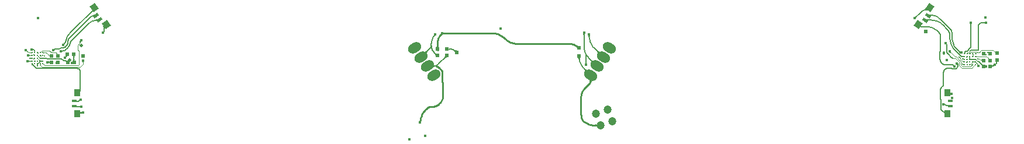
<source format=gtl>
%FSTAX23Y23*%
%MOIN*%
%SFA1B1*%

%IPPOS*%
%AMD24*
4,1,4,-0.025800,0.005700,-0.003000,-0.026200,0.025800,-0.005700,0.003000,0.026200,-0.025800,0.005700,0.0*
%
%AMD25*
4,1,4,-0.008300,-0.015500,0.017300,0.002800,0.008300,0.015500,-0.017300,-0.002800,-0.008300,-0.015500,0.0*
%
%AMD26*
4,1,4,0.003000,-0.026200,0.025800,0.005700,-0.003000,0.026200,-0.025800,-0.005700,0.003000,-0.026200,0.0*
%
%AMD27*
4,1,4,0.017300,-0.002800,-0.008300,0.015500,-0.017300,0.002800,0.008300,-0.015500,0.017300,-0.002800,0.0*
%
%AMD49*
4,1,4,-0.006100,-0.029300,0.025400,0.015800,0.006100,0.029300,-0.025400,-0.015800,-0.006100,-0.029300,0.0*
1,1,0.055120,0.009700,-0.006800*
1,1,0.055120,-0.009700,0.006800*
%
%AMD50*
4,1,4,-0.025400,0.015800,0.006100,-0.029300,0.025400,-0.015800,-0.006100,0.029300,-0.025400,0.015800,0.0*
1,1,0.055120,-0.009700,-0.006800*
1,1,0.055120,0.009700,0.006800*
%
%ADD11C,0.010000*%
%ADD13C,0.006000*%
%ADD14C,0.008000*%
%ADD21C,0.010000*%
%ADD22R,0.031500X0.015750*%
%ADD23R,0.035430X0.039370*%
G04~CAMADD=24~9~0.0~0.0~393.7~354.3~0.0~0.0~0~0.0~0.0~0.0~0.0~0~0.0~0.0~0.0~0.0~0~0.0~0.0~0.0~125.5~516.0~523.0*
%ADD24D24*%
G04~CAMADD=25~9~0.0~0.0~315.0~157.5~0.0~0.0~0~0.0~0.0~0.0~0.0~0~0.0~0.0~0.0~0.0~0~0.0~0.0~0.0~215.5~346.0~309.0*
%ADD25D25*%
G04~CAMADD=26~9~0.0~0.0~393.7~354.3~0.0~0.0~0~0.0~0.0~0.0~0.0~0~0.0~0.0~0.0~0.0~0~0.0~0.0~0.0~234.5~516.0~523.0*
%ADD26D26*%
G04~CAMADD=27~9~0.0~0.0~315.0~157.5~0.0~0.0~0~0.0~0.0~0.0~0.0~0~0.0~0.0~0.0~0.0~0~0.0~0.0~0.0~324.5~346.0~309.0*
%ADD27D27*%
%ADD28R,0.022000X0.023620*%
%ADD29R,0.023620X0.022000*%
%ADD30R,0.021650X0.021650*%
%ADD33C,0.018000*%
%ADD46C,0.004000*%
%ADD47C,0.006000*%
%ADD48C,0.047240*%
G04~CAMADD=49~3~0.0~0.0~551.2~787.4~0.0~0.0~0~0.0~0.0~0.0~0.0~0~0.0~0.0~0.0~0.0~0~0.0~0.0~0.0~235.0~740.0~682.0*
%ADD49D49*%
G04~CAMADD=50~3~0.0~0.0~551.2~787.4~0.0~0.0~0~0.0~0.0~0.0~0.0~0~0.0~0.0~0.0~0.0~0~0.0~0.0~0.0~125.0~740.0~682.0*
%ADD50D50*%
%ADD51C,0.016000*%
%ADD52C,0.008000*%
%ADD53C,0.024000*%
%ADD54C,0.020000*%
%ADD55C,0.012000*%
%LNfront_flex-1*%
%LPD*%
G36*
X-02388Y00896D02*
X-02389Y00897D01*
X-02389Y00897*
X-02389Y00897*
X-0239Y00897*
X-02391Y00897*
X-02391Y00897*
X-02392Y00896*
X-02393Y00896*
X-02393Y00895*
X-02394Y00894*
X-02398Y00899*
X-02397Y009*
X-02396Y00901*
X-02396Y00902*
X-02395Y00903*
X-02395Y00903*
X-02395Y00904*
X-02395Y00905*
X-02395Y00905*
X-02395Y00906*
X-02395Y00906*
X-02388Y00896*
G37*
G36*
X-02389Y0087D02*
X-0239Y0087D01*
X-02392Y00868*
X-02392Y00868*
X-02393Y00868*
X-02394Y00868*
X-02394Y00867*
X-02381Y00879*
X-0238Y00879*
X-02377Y00881*
X-02375Y00881*
X-02372Y00883*
X-02369Y00884*
X-02366Y00887*
X-02389Y0087*
G37*
G36*
X-02368Y00841D02*
X-02368Y00842D01*
X-02368Y00842*
X-02368Y00842*
X-02368Y00843*
X-02369Y00843*
X-0237Y00843*
X-02371Y00843*
X-02372Y00843*
X-02376Y00843*
X-02368Y0085*
X-02367Y0085*
X-02363Y00851*
X-02362Y00851*
X-02361Y00852*
X-0236Y00852*
X-02359Y00853*
X-02358Y00853*
X-02357Y00854*
X-02357Y00855*
X-02368Y00841*
G37*
G36*
X-02319Y00799D02*
X-0232Y008D01*
X-0232Y00801*
X-02321Y00801*
X-02322Y00802*
X-02322Y00801*
X-02322Y00801*
X-02323Y008*
X-02323Y00799*
X-02323Y00798*
X-02323Y00797*
X-02331Y00802*
X-02331Y00805*
X-02332Y00812*
X-02332Y00814*
X-02332Y00816*
X-02333Y00818*
X-02333Y00819*
X-02334Y0082*
X-02335Y00822*
X-02319Y00799*
G37*
G36*
X-00395Y00776D02*
X-00395Y00776D01*
X-00395Y00776*
X-00394Y00776*
X-00394Y00776*
X-00392Y00776*
X-0039Y00776*
Y00766*
X-00391Y00766*
X-00394Y00766*
X-00395Y00766*
X-00395Y00766*
X-00395Y00765*
X-00395Y00765*
Y00777*
X-00395Y00776*
G37*
G36*
X-00438Y00756D02*
X-00439Y00756D01*
X-00439Y00755*
X-0044Y00755*
X-0044Y00755*
X-00441Y00755*
X-00441Y00754*
X-00442Y00754*
X-00442Y00753*
X-00443Y00753*
X-00443Y00752*
X-00449Y00757*
X-00449Y00758*
X-00448Y0076*
X-00447Y00761*
X-00447Y00761*
X-00447Y00762*
X-00447Y00762*
X-00447Y00763*
Y00763*
X-00438Y00756*
G37*
G36*
X-02456Y00722D02*
X-02457Y00722D01*
X-02458Y00722*
X-02459Y00721*
X-0246Y00721*
X-02461Y00721*
X-02461Y00721*
X-02462Y0072*
X-02462Y0072*
X-02463Y00719*
X-02463Y00719*
X-02466Y00722*
X-02466Y00722*
X-02466Y00723*
X-02465Y00723*
X-02465Y00724*
X-02465Y00725*
X-02465Y00726*
X-02465Y00727*
X-02465Y00727*
X-02465Y00729*
X-02456Y00722*
G37*
G36*
X-0256Y00703D02*
X-0256Y00703D01*
X-0256Y00703*
X-0256Y00703*
X-0256Y00703*
X-0256Y00703*
X-0256Y00702*
X-02561Y00702*
X-02561Y00702*
X-02564Y00705*
X-02564Y00705*
X-02563Y00705*
X-02563Y00705*
X-02563Y00706*
X-02563Y00706*
X-02563Y00706*
X-02563Y00706*
X-02563Y00706*
X-0256Y00703*
G37*
G36*
X-00421Y007D02*
X-00421Y00699D01*
X-0042Y00697*
X-0042Y00696*
X-0042Y00695*
X-00419Y00694*
X-00419Y00693*
X-00418Y00693*
X-00417Y00692*
X-00416Y00692*
X-00436Y00692*
X-00435Y00692*
X-00434Y00693*
X-00433Y00693*
X-00433Y00694*
X-00432Y00695*
X-00432Y00696*
X-00431Y00697*
X-00431Y00699*
X-00431Y007*
X-00431Y00702*
X-00421*
X-00421Y007*
G37*
G36*
X-0036Y00689D02*
X-0036Y00688D01*
X-00359Y00687*
X-00359Y00687*
X-00358Y00686*
X-00357Y00686*
X-00356Y00685*
X-00355Y00685*
X-00353Y00685*
X-00352Y00685*
X-00352Y00677*
X-00353Y00677*
X-00355Y00677*
X-00356Y00677*
X-00357Y00677*
X-00358Y00676*
X-00359Y00676*
X-00359Y00675*
X-0036Y00675*
X-0036Y00674*
X-0036Y00673*
Y00689*
X-0036Y00689*
G37*
G36*
X-02733Y00683D02*
X-02733Y00682D01*
X-02732Y00682*
X-02732Y00682*
X-02731Y00681*
X-0273Y00681*
X-0273Y00681*
X-02729Y00681*
X-02728Y00681*
X-02727Y00681*
Y00675*
X-02728Y00675*
X-02729Y00675*
X-0273Y00674*
X-0273Y00674*
X-02731Y00674*
X-02732Y00674*
X-02732Y00673*
X-02733Y00673*
X-02733Y00673*
X-02734Y00672*
Y00683*
X-02733Y00683*
G37*
G36*
X-00483Y00666D02*
X-00484Y00664D01*
X-00485Y00663*
X-00486Y00662*
X-00486Y00661*
X-00487Y0066*
X-00487Y00659*
X-00487Y00659*
X-00487Y00658*
X-00487Y00657*
X-00486Y00657*
X-00498Y00667*
X-00498Y00667*
X-00497Y00667*
X-00496Y00666*
X-00495Y00667*
X-00494Y00667*
X-00493Y00667*
X-00492Y00668*
X-00491Y00669*
X-0049Y0067*
X-00489Y00671*
X-00483Y00666*
G37*
G36*
X-02765Y00675D02*
X-02764Y00673D01*
X-02764Y00672*
X-02764Y00671*
X-02764Y00671*
X-02763Y0067*
X-02763Y00669*
X-02763Y00669*
X-02762Y00668*
X-02765Y00666*
X-02766Y00666*
X-02766Y00666*
X-02767Y00667*
X-02767Y00667*
X-02768Y00667*
X-02769Y00667*
X-0277Y00668*
X-02771Y00668*
X-02772Y00668*
X-02773Y00668*
X-02765Y00676*
X-02765Y00675*
G37*
G36*
X-02568Y00674D02*
X-02567Y00674D01*
X-02566Y00673*
X-02566Y00673*
X-02565Y00673*
X-02565Y00673*
X-02564Y00673*
X-02563Y00673*
X-02562Y00673*
X-02562Y00673*
X-02561Y00667*
X-02562Y00667*
X-02563Y00666*
X-02564Y00666*
X-02565Y00666*
X-02565Y00665*
X-02566Y00665*
X-02566Y00664*
X-02567Y00664*
X-02567Y00663*
X-02568Y00675*
X-02568Y00674*
G37*
G36*
X-0272Y00671D02*
X-0272Y00671D01*
X-0272Y0067*
X-0272Y0067*
X-0272Y00668*
X-0272Y00667*
X-0272Y00667*
X-0272Y00666*
X-0272Y00666*
X-02719Y00665*
X-02719Y00664*
X-02719Y00664*
X-02718Y00663*
X-02718Y00663*
X-02726*
X-02726Y00663*
X-02725Y00664*
X-02725Y00664*
X-02725Y00665*
X-02725Y00666*
X-02724Y00666*
X-02724Y00667*
X-02724Y00667*
X-02724Y00667*
X-02724Y00671*
X-0272*
X-0272Y00671*
G37*
G36*
X-00326Y00676D02*
X-00325Y00676D01*
X-00324Y00675*
X-00323Y00675*
X-00322Y00675*
X-00321Y00675*
X-0032Y00674*
X-00319Y00674*
X-00317Y00674*
X-00316Y00674*
X-00327Y00662*
X-00327Y00663*
X-00327Y00664*
X-00328Y00665*
X-00328Y00666*
X-00329Y00667*
X-00329Y00668*
X-0033Y00669*
X-00331Y00669*
X-00331Y0067*
X-00332Y0067*
X-00327Y00677*
X-00326Y00676*
G37*
G36*
X-02683Y00664D02*
X-02684Y00664D01*
X-02684Y00664*
X-02684Y00663*
X-02685Y00663*
X-02685Y00662*
X-02685Y00662*
X-02685Y00661*
X-02685Y0066*
X-02686Y0066*
X-02686Y00659*
X-02691Y00665*
X-02691Y00665*
X-0269Y00665*
X-02689Y00665*
X-02689Y00665*
X-02688Y00666*
X-02688Y00666*
X-02687Y00666*
X-02687Y00667*
X-02686Y00667*
X-02686Y00667*
X-02683Y00664*
G37*
G36*
X-02671Y00663D02*
X-02671Y00663D01*
X-0267Y00663*
X-0267Y00663*
X-02669Y00662*
X-02669Y00662*
X-02668Y00662*
X-02667Y00662*
X-02667Y00662*
X-02666Y00662*
Y00658*
X-02667Y00658*
X-02667Y00658*
X-02668Y00658*
X-02669Y00657*
X-02669Y00657*
X-0267Y00657*
X-0267Y00657*
X-02671Y00657*
X-02671Y00656*
X-02672Y00656*
Y00664*
X-02671Y00663*
G37*
G36*
X-02741Y00656D02*
X-02741Y00656D01*
X-02742Y00657*
X-02742Y00657*
X-02743Y00657*
X-02744Y00657*
X-02744Y00657*
X-02745Y00658*
X-02745Y00658*
X-02746Y00658*
X-02746Y00658*
X-02746Y00662*
X-02746Y00662*
X-02745Y00662*
X-02745Y00662*
X-02744Y00662*
X-02744Y00662*
X-02743Y00663*
X-02742Y00663*
X-02742Y00663*
X-02741Y00663*
X-02741Y00664*
Y00656*
G37*
G36*
X-02595Y00657D02*
X-02594Y00656D01*
X-02593Y00656*
X-02593Y00656*
X-02592Y00656*
X-02592Y00655*
X-02591Y00655*
X-0259Y00655*
X-0259Y00655*
X-02601*
X-02601Y00655*
X-026Y00655*
X-026Y00655*
X-026Y00656*
X-026Y00656*
X-026Y00656*
X-026Y00656*
X-026Y00657*
X-02601Y00657*
X-02601Y00658*
X-02596*
X-02595Y00657*
G37*
G36*
X-02639Y00641D02*
X-02639Y00642D01*
X-02639Y00642*
X-0264Y00643*
X-0264Y00643*
X-0264Y00643*
X-02641Y00644*
X-02641Y00644*
X-02642Y00645*
X-02642Y00645*
X-02643Y00645*
X-02643Y0065*
X-02642Y0065*
X-02642Y00649*
X-02641Y00649*
X-02641Y00649*
X-0264Y00649*
X-0264Y00649*
X-0264Y00649*
X-02639Y0065*
X-02639Y0065*
X-02639Y0065*
Y00641*
G37*
G36*
X-02754Y00649D02*
X-02753Y00648D01*
X-02752Y00647*
X-02751Y00647*
X-02751Y00647*
X-0275Y00646*
X-02749Y00646*
X-02749Y00646*
X-02748Y00646*
X-02748Y00642*
X-02749Y00642*
X-02749Y00642*
X-0275Y00642*
X-02751Y00641*
X-02751Y00641*
X-02752Y00641*
X-02753Y0064*
X-02753Y0064*
X-02754Y00639*
X-02755Y00638*
X-02755Y00642*
X-02757Y00642*
Y00646*
X-02757Y00646*
X-02757Y00646*
X-02757Y00646*
X-02756Y00646*
X-02755Y00646*
X-02755Y0065*
X-02754Y00649*
G37*
G36*
X-0044Y00661D02*
X-00434Y00656D01*
X-00433Y00655*
X-00431Y00655*
X-0043Y00654*
X-00429Y00654*
X-00428Y00654*
X-00428Y00654*
X-0044Y00644*
X-00439Y00645*
X-00439Y00645*
X-00439Y00646*
X-0044Y00647*
X-0044Y00649*
X-00441Y0065*
X-00442Y00652*
X-00444Y00653*
X-00448Y00657*
X-00442Y00663*
X-0044Y00661*
G37*
G36*
X-02741Y0064D02*
X-02741Y0064D01*
X-02742Y00641*
X-02742Y00641*
X-02743Y00641*
X-02744Y00642*
X-02744Y00642*
X-02745Y00642*
X-02745Y00642*
X-02746Y00642*
X-02746Y00642*
X-02746Y00646*
X-02746Y00646*
X-02745Y00646*
X-02745Y00646*
X-02744Y00646*
X-02744Y00647*
X-02743Y00647*
X-02742Y00647*
X-02742Y00647*
X-02741Y00648*
X-02741Y00648*
Y0064*
G37*
G36*
X-02701Y00644D02*
X-02701Y00643D01*
X-02701Y00642*
X-02701Y00642*
X-02701Y00641*
X-027Y00641*
X-027Y0064*
X-027Y0064*
X-02699Y00639*
X-02699Y00639*
X-02702Y00636*
X-02703Y00637*
X-02703Y00637*
X-02704Y00638*
X-02704Y00638*
X-02705Y00638*
X-02705Y00638*
X-02706Y00639*
X-02706Y00639*
X-02707Y00639*
X-02707Y00639*
X-02701Y00644*
X-02701Y00644*
G37*
G36*
X-02535Y00639D02*
X-02535Y00639D01*
X-02536Y00639*
X-02537Y00638*
X-02538Y00638*
X-0254Y00637*
X-02541Y00636*
X-02543Y00634*
X-02544Y00633*
X-02551Y00635*
X-0255Y00636*
X-02549Y00637*
X-02548Y00638*
X-02548Y00638*
X-02548Y00638*
X-02548Y00639*
X-02548Y00639*
X-02548Y00639*
X-02534Y00639*
X-02535Y00639*
G37*
G36*
X-00372Y00633D02*
X-00373Y00633D01*
X-00374Y00633*
X-00375Y00633*
X-00375Y00633*
X-00377Y00633*
X-00378Y00632*
X-00379Y00631*
X-0038Y0063*
X-00384Y00627*
X-00389Y00633*
X-00387Y00635*
X-00385Y00638*
X-00384Y00639*
X-00383Y0064*
X-00383Y00641*
X-00383Y00642*
X-00383Y00643*
X-00383Y00644*
X-00383Y00644*
X-00372Y00633*
G37*
G36*
X-02492Y00639D02*
X-02493Y00639D01*
X-02493Y00639*
X-02494Y00638*
X-02494Y00637*
X-02494Y00636*
X-02495Y00635*
X-02495Y00634*
X-02495Y00633*
X-02495Y00631*
X-02503*
X-02503Y00633*
X-02503Y00634*
X-02503Y00635*
X-02504Y00636*
X-02504Y00637*
X-02505Y00638*
X-02505Y00639*
X-02506Y00639*
X-02506Y00639*
X-02507Y00639*
X-02491*
X-02492Y00639*
G37*
G36*
X-02675Y00628D02*
X-02678Y00624D01*
X-02678Y00625*
X-02679Y00625*
X-02679Y00625*
X-0268Y00626*
X-02681Y00626*
X-02681Y00626*
X-02682Y00626*
X-02682Y00626*
X-02683Y00626*
X-02683Y00626*
X-02684Y00626*
X-02684Y00626*
X-02685Y00626*
X-02685Y00626*
X-02686Y00625*
X-02687Y00625*
X-02687Y00625*
X-02688Y00624*
Y00632*
X-02687Y00632*
X-02687Y00632*
X-02686Y00631*
X-02685Y00631*
X-02685Y00631*
X-02684Y00631*
X-02684Y0063*
X-02683Y0063*
X-02683Y0063*
X-02682Y0063*
X-02682Y0063*
X-02681Y00631*
X-02681Y00631*
X-0268Y00631*
X-02679Y00631*
X-02679Y00632*
X-02678Y00632*
X-02678Y00632*
X-02675Y00628*
G37*
G36*
X-02741Y0063D02*
X-0274Y0063D01*
Y00626*
X-0274Y00626*
X-02741Y00626*
X-02741Y00626*
X-02741Y00624*
X-02741Y00624*
X-02742Y00625*
X-02742Y00625*
X-02743Y00625*
X-02743Y00625*
X-02744Y00626*
X-02744Y00626*
X-02745Y00626*
X-02745Y00626*
X-02745Y00625*
X-02745Y00625*
X-02745Y00625*
X-02746Y00625*
X-02746Y00626*
X-02746Y00626*
Y00627*
X-02747Y0063*
X-02746Y0063*
X-02746Y0063*
X-02746Y0063*
X-02746Y0063*
X-02746Y0063*
X-02746Y0063*
X-02745Y0063*
X-02745Y0063*
X-02745Y0063*
X-02744Y0063*
X-02744Y0063*
X-02743Y00631*
X-02743Y00631*
X-02742Y00631*
X-02742Y00632*
X-02741Y00632*
X-02741Y0063*
G37*
G36*
X-02695Y00635D02*
X-02695Y00635D01*
X-02694Y00634*
X-02694Y00634*
X-02693Y00634*
X-02693Y00634*
X-02692Y00634*
X-02692Y00633*
X-02691Y00633*
X-0269Y00633*
X-02696Y00627*
X-02696Y00628*
X-02696Y00629*
X-02696Y00629*
X-02696Y0063*
X-02696Y0063*
X-02697Y00631*
X-02697Y00631*
X-02697Y00632*
X-02698Y00632*
X-02698Y00632*
X-02696Y00636*
X-02695Y00635*
G37*
G36*
X-02671Y00632D02*
X-02671Y00632D01*
X-0267Y00631*
X-0267Y00631*
X-02669Y00631*
X-02669Y00631*
X-02668Y0063*
X-02667Y0063*
X-02667Y0063*
X-02666Y0063*
X-02661Y00631*
Y00626*
X-02661Y00626*
X-02662Y00626*
X-02662Y00626*
X-02663Y00626*
X-02666Y00626*
X-02667Y00626*
X-02667Y00626*
X-02668Y00626*
X-02669Y00626*
X-02669Y00626*
X-0267Y00626*
X-0267Y00625*
X-02671Y00625*
X-02671Y00625*
X-02672Y00624*
X-02675Y00628*
X-02672Y00632*
X-02671Y00632*
G37*
G36*
X-02701Y00628D02*
X-02701Y00628D01*
X-02701Y00627*
X-02701Y00627*
X-02701Y00626*
X-027Y00626*
X-027Y00625*
X-027Y00625*
X-02699Y00624*
X-02699Y00624*
X-02702Y00621*
X-02702Y00621*
X-02703Y00622*
X-02703Y00622*
X-02704Y00622*
X-02704Y00622*
X-02705Y00623*
X-02705Y00623*
X-02706Y00623*
X-02706Y00623*
X-02707Y00623*
X-02701Y00629*
X-02701Y00628*
G37*
G36*
X-02495Y00623D02*
X-02495Y00622D01*
X-02495Y00621*
X-02494Y0062*
X-02494Y00619*
X-02494Y00618*
X-02493Y00618*
X-02493Y00617*
X-02492Y00617*
X-02491Y00617*
X-02506*
X-02505Y00617*
X-02505Y00617*
X-02504Y00618*
X-02504Y00618*
X-02504Y00619*
X-02504Y0062*
X-02503Y00621*
X-02503Y00622*
X-02503Y00623*
X-02503Y00625*
X-02495*
X-02495Y00623*
G37*
G36*
X-02522Y00617D02*
X-02522D01*
X-02522Y00617*
X-02522Y00617*
X-02522Y00617*
X-02522Y00617*
X-02522Y00617*
Y00617*
X-02522Y00617*
X-02522Y00617*
X-02522Y00617*
X-02522Y00617*
X-0253*
X-0253Y00617*
X-0253Y00617*
X-0253Y00617*
X-02529Y00617*
X-02529Y00618*
X-02528Y00619*
X-02526Y00621*
X-02522Y00617*
G37*
G36*
X-02543Y00616D02*
X-02543Y00616D01*
X-02543Y00616*
X-02544Y00616*
X-02544Y00616*
X-02544Y00616*
X-02544Y00616*
X-02544Y00616*
X-02544Y00616*
X-02543Y00616*
X-02543*
G37*
G36*
X-02678Y00609D02*
X-02678Y00609D01*
X-02679Y00609*
X-02679Y0061*
X-0268Y0061*
X-02681Y0061*
X-02681Y0061*
X-02682Y0061*
X-02682Y0061*
X-02683Y00611*
X-02683Y0061*
X-02684Y0061*
X-02684Y0061*
X-02685Y0061*
X-02685Y0061*
X-02686Y0061*
X-02687Y00609*
X-02687Y00609*
X-02688Y00609*
Y00617*
X-02687Y00616*
X-02687Y00616*
X-02686Y00616*
X-02685Y00615*
X-02685Y00615*
X-02684Y00615*
X-02684Y00615*
X-02683Y00615*
X-02683Y00615*
X-02682Y00615*
X-02682Y00615*
X-02681Y00615*
X-02681Y00615*
X-0268Y00615*
X-02679Y00616*
X-02679Y00616*
X-02678Y00616*
X-02678Y00617*
Y00609*
G37*
G36*
X-02741D02*
X-02741Y00609D01*
X-02742Y00609*
X-02742Y0061*
X-02743Y0061*
X-02744Y0061*
X-02744Y0061*
X-02745Y0061*
X-02745Y0061*
X-02746Y00611*
X-02746Y00611*
X-02746Y00615*
X-02746Y00615*
X-02745Y00615*
X-02745Y00615*
X-02744Y00615*
X-02744Y00615*
X-02743Y00615*
X-02742Y00616*
X-02742Y00616*
X-02741Y00616*
X-02741Y00617*
Y00609*
G37*
G36*
X-02524Y00608D02*
X-02525D01*
X-02526Y00608*
X-02527Y00608*
X-02528Y00608*
X-02529Y00608*
X-0253Y00607*
X-02531Y00607*
X-02532Y00607*
X-02532Y00606*
X-02533Y00605*
X-02537Y0061*
X-02537Y0061*
X-02536Y00611*
X-02536Y00612*
X-02535Y00613*
X-02535Y00613*
X-02535Y00614*
X-02534Y00615*
X-02534Y00616*
X-02534Y00617*
X-02534Y00618*
X-02524Y00608*
G37*
G36*
X-02544Y00615D02*
Y00615D01*
Y00608*
X-02544Y00608*
X-02544Y00608*
X-02544Y00608*
X-02544Y00608*
X-02545Y00609*
X-02546Y0061*
X-02548Y00611*
X-02544Y00616*
Y00615*
G37*
G36*
X-02756Y00617D02*
X-02754Y00616D01*
X-02753Y00616*
X-02753Y00615*
X-02752Y00615*
X-02751Y00615*
X-02751Y00615*
X-0275Y00615*
X-02749Y00615*
X-02749Y00611*
X-0275Y00611*
X-0275Y0061*
X-02751Y0061*
X-02752Y0061*
X-02752Y0061*
X-02753Y00609*
X-02754Y00609*
X-02754Y00608*
X-02755Y00607*
X-02755Y00607*
X-02756Y00618*
X-02756Y00617*
G37*
G36*
X-02695Y0062D02*
X-02694Y00619D01*
X-02694Y00619*
X-02693Y00619*
X-02693Y00618*
X-02692Y00618*
X-02692Y00618*
X-02691Y00618*
X-02691Y00618*
X-0269Y00618*
X-02695Y00613*
X-0269Y00608*
X-02691Y00608*
X-02691Y00607*
X-02692Y00607*
X-02692Y00607*
X-02693Y00607*
X-02693Y00606*
X-02694Y00606*
X-02694Y00606*
X-02695Y00605*
X-02695Y00605*
X-02698Y00608*
X-02698Y00608*
X-02697Y00609*
X-02697Y00609*
X-02697Y0061*
X-02696Y0061*
X-02696Y00611*
X-02696Y00611*
X-02696Y00612*
X-02696Y00613*
X-02696Y00613*
X-02696Y00614*
X-02696Y00614*
X-02696Y00615*
X-02697Y00615*
X-02697Y00616*
X-02697Y00616*
X-02698Y00617*
X-02698Y00617*
X-02695Y0062*
X-02695Y0062*
G37*
G36*
X-02441Y00608D02*
X-02442Y00607D01*
X-02443Y00606*
X-02443Y00606*
X-02443Y00605*
X-02444Y00604*
X-02444Y00603*
X-02444Y00603*
X-02444Y00602*
X-02448*
X-02448Y00603*
X-02448Y00603*
X-02448Y00604*
X-02448Y00605*
X-02449Y00606*
X-02449Y00606*
X-0245Y00607*
X-0245Y00608*
X-02451Y00608*
X-02452Y00609*
X-0244*
X-02441Y00608*
G37*
G36*
X-02642Y00611D02*
X-02641Y0061D01*
X-0264Y00609*
X-0264Y00609*
X-02639Y00609*
X-02639Y00609*
X-02639Y0061*
Y00609*
X-02639Y00608*
X-02638Y00608*
X-02637Y00608*
X-02637Y00608*
X-02636Y00608*
Y00604*
X-02637Y00604*
X-02637Y00604*
X-02638Y00603*
X-02639Y00603*
X-02639Y00603*
Y00602*
X-02639Y00602*
X-02639Y00603*
X-0264Y00603*
X-0264Y00603*
X-02641Y00602*
X-02641Y00601*
X-02642Y00601*
X-02643Y006*
Y00604*
X-02643Y00604*
Y00608*
X-02643Y00608*
Y00611*
X-02642Y00611*
G37*
G36*
X-02591Y00607D02*
X-0259Y00606D01*
X-02589Y00605*
X-02588Y00605*
X-02588Y00605*
X-02587Y00604*
X-02586Y00604*
X-02586Y00604*
X-02585Y00604*
Y006*
X-02586Y006*
X-02586Y006*
X-02587Y006*
X-02588Y00599*
X-02588Y00599*
X-02589Y00599*
X-0259Y00598*
X-02591Y00598*
X-02591Y00597*
X-02592Y00596*
Y00608*
X-02591Y00607*
G37*
G36*
X-02699Y00601D02*
X-02699Y00601D01*
X-027Y00601*
X-027Y006*
X-027Y006*
X-02701Y00599*
X-02701Y00599*
X-02701Y00598*
X-02701Y00597*
X-02701Y00597*
X-02701Y00596*
X-02707Y00602*
X-02706Y00602*
X-02706Y00602*
X-02705Y00602*
X-02705Y00602*
X-02704Y00603*
X-02704Y00603*
X-02703Y00603*
X-02703Y00604*
X-02702Y00604*
X-02702Y00604*
X-02699Y00601*
G37*
G36*
X-02704Y00594D02*
X-02702Y00594D01*
X-02703Y00593*
X-02703Y00593*
X-02703Y00592*
X-02704Y00592*
X-02704Y00591*
X-02704Y00591*
X-02703Y00591*
X-02703Y0059*
X-02703Y0059*
X-02702Y00589*
X-02704*
X-02704Y00589*
X-02704Y00588*
X-02708Y00588*
X-02708Y00589*
X-02709Y00589*
X-02711*
X-0271Y0059*
X-0271Y0059*
X-0271Y00591*
X-02709Y00591*
X-02709Y00591*
X-02709Y00592*
X-02709Y00592*
X-0271Y00593*
X-0271Y00593*
X-0271Y00594*
X-02708Y00594*
X-02708Y00594*
X-02704*
X-02704Y00594*
G37*
G36*
X-0267Y00597D02*
X-0267Y00596D01*
X-02669Y00596*
X-02669Y00595*
X-02669Y00595*
X-02669Y00594*
X-02668Y00594*
X-02668Y00593*
X-02668Y00593*
X-02667Y00592*
X-0267Y00589*
X-02671Y0059*
X-02671Y0059*
X-02672Y0059*
X-02672Y00591*
X-02673Y00591*
X-02673Y00591*
X-02674Y00591*
X-02674Y00592*
X-02675Y00592*
X-02676Y00592*
X-0267Y00598*
X-0267Y00597*
G37*
G36*
X-02688Y00593D02*
X-02688Y00592D01*
X-02688Y00592*
X-02688Y00592*
X-02688Y00591*
X-02688Y00591*
X-02688Y0059*
X-02689Y0059*
X-02689Y00589*
X-02693*
X-02693Y00589*
X-02693Y0059*
X-02693Y00591*
X-02693Y00591*
X-02693Y00592*
X-02693Y00592*
X-02693Y00592*
X-02694Y00593*
X-02694Y00593*
X-02687*
X-02688Y00593*
G37*
G36*
X-02733Y00596D02*
X-02733Y00596D01*
X-02733Y00595*
X-02732Y00594*
X-02732Y00594*
X-02732Y00593*
X-02731Y00593*
X-0273Y00592*
X-02729Y0059*
X-02735Y00588*
X-02739Y00592*
X-02733Y00597*
X-02733Y00596*
G37*
G36*
X-00446Y00591D02*
X-00446Y00591D01*
X-00445Y0059*
X-00445Y0059*
X-00444Y00589*
X-00443Y00589*
X-00442Y00589*
X-00441*
X-0044Y00589*
X-00438Y00589*
X-0044Y00581*
X-00442Y0058*
X-00445Y00579*
X-00446Y00579*
X-00447Y00578*
X-00448Y00578*
X-00449Y00577*
X-0045Y00577*
X-0045Y00576*
X-0045Y00575*
X-00446Y00592*
X-00446Y00591*
G37*
G36*
X-0246Y0045D02*
X-02459Y00449D01*
X-02459Y00448*
X-02459Y00447*
X-02459Y00446*
X-02459Y00446*
X-02458Y00445*
X-02458Y00445*
X-02457Y00445*
X-02457Y00445*
X-02469*
X-02468Y00445*
X-02468Y00445*
X-02467Y00445*
X-02467Y00446*
X-02466Y00446*
X-02466Y00447*
X-02466Y00448*
X-02466Y00449*
X-02466Y0045*
X-02466Y00451*
X-0246*
X-0246Y0045*
G37*
G36*
X02371Y00901D02*
X0237Y00901D01*
X02369Y00902*
X02368Y00902*
X02367Y00902*
X02366Y00903*
X02365Y00903*
X02363Y00903*
X02362Y00903*
X02361Y00903*
X02359Y00902*
X0235Y00908*
X0235Y00908*
X02351Y00909*
X02352Y00909*
X02352Y00909*
X02353Y00909*
X02353Y0091*
X02354Y0091*
X02354Y00911*
X02355Y00911*
X02355Y00912*
X02371Y00901*
G37*
G36*
X02369Y00882D02*
X0237Y00882D01*
X02372Y00881*
X02373Y00881*
X02374Y0088*
X02378Y00879*
X0238Y00879*
X02384Y00879*
X02388Y00872*
X02387Y00872*
X02386Y00872*
X02386Y00872*
X02385Y00872*
X02385Y00872*
X02385Y00871*
X02385Y00871*
X02385Y00871*
X02386Y0087*
X02387Y0087*
X02368Y00883*
X02369Y00882*
G37*
G36*
X02306Y00863D02*
X02305Y00862D01*
X02304Y00861*
X02304Y0086*
X02303Y0086*
X02303Y00859*
X02303Y00859*
X02303Y00858*
X02302Y00858*
X02302Y00857*
X02294Y00865*
X02295Y00865*
X02295Y00865*
X02296Y00866*
X02296Y00866*
X02297Y00866*
X02298Y00866*
X02298Y00867*
X02299Y00867*
X023Y00868*
X02306Y00863*
G37*
G36*
X02357Y00852D02*
X02358Y00851D01*
X02359Y00851*
X0236Y00851*
X02361Y0085*
X02362Y0085*
X02363Y0085*
X02364Y0085*
X02365Y0085*
X02367Y0085*
X02375Y00844*
X02369Y00844*
X02356Y00853*
X02357Y00852*
G37*
G36*
X00414Y00768D02*
X00414Y00768D01*
X00414Y00767*
X00413Y00767*
X00413Y00766*
X00413Y00765*
X00413Y00765*
X00413Y00764*
X00413Y00762*
X00405*
X00405Y00763*
X00405Y00765*
X00405Y00765*
X00404Y00766*
X00404Y00767*
X00404Y00767*
X00404Y00768*
X00404Y00768*
X00403Y00768*
X00414*
X00414Y00768*
G37*
G36*
X00443Y00759D02*
X00443Y00758D01*
X00443Y00758*
X00443Y00757*
X00442Y00757*
X00442Y00756*
X00442Y00755*
X00442Y00754*
X00442Y00752*
X00434Y00752*
X00434Y00753*
X00434Y00756*
X00434Y00757*
X00433Y00757*
X00433Y00758*
X00433Y00759*
X00433Y00759*
X00432Y00759*
X00444*
X00443Y00759*
G37*
G36*
X02478Y00713D02*
X02477Y00713D01*
X02478Y00712*
X02478Y00712*
X02478Y00711*
X02478Y0071*
X02478Y0071*
X02479Y00709*
X02479Y00708*
X0248Y00708*
X02474Y00705*
X02474Y00705*
X02473Y00706*
X02473Y00706*
X02472Y00707*
X02472Y00707*
X02471Y00707*
X0247Y00708*
X0247Y00708*
X02469Y00708*
X02468Y00708*
X02478Y00714*
X02478Y00713*
G37*
G36*
X00371Y00701D02*
X00376Y00699D01*
X00378Y00698*
X0038Y00697*
X00381Y00697*
X00383Y00696*
X00384Y00696*
X00385Y00697*
X00386Y00697*
X0037Y00684*
X00371Y00685*
X00371Y00685*
X00371Y00686*
X00371Y00687*
X0037Y00688*
X00369Y0069*
X00368Y00691*
X00366Y00692*
X00364Y00694*
X00362Y00695*
X00368Y00703*
X00371Y00701*
G37*
G36*
X02501Y00666D02*
X02501Y00664D01*
X02501Y00664*
X02501Y00663*
X02502Y00662*
X02502Y00661*
X02502Y00661*
X02503Y0066*
X02503Y0066*
X025Y00657*
X025Y00657*
X02499Y00658*
X02499Y00658*
X02498Y00658*
X02497Y00659*
X02497Y00659*
X02496Y00659*
X02495Y00659*
X02494Y00659*
X02493Y00659*
X02501Y00667*
X02501Y00666*
G37*
G36*
X0049Y0067D02*
X00491Y00669D01*
X00492Y00668*
X00493Y00667*
X00494Y00667*
X00495Y00667*
X00496Y00666*
X00497Y00667*
X00498Y00667*
X00498Y00667*
X00486Y00657*
X00487Y00657*
X00487Y00658*
X00487Y00659*
X00487Y00659*
X00487Y0066*
X00486Y00661*
X00486Y00662*
X00485Y00663*
X00484Y00664*
X00483Y00666*
X00489Y00671*
X0049Y0067*
G37*
G36*
X02551Y00667D02*
X02552Y00667D01*
X02552Y00666*
X02553Y00666*
X02553Y00666*
X02554Y00666*
X02554Y00666*
X02555Y00666*
X02555Y00666*
X02556Y00666*
X02554Y00656*
X02553Y00656*
X02553Y00656*
X02547Y00662*
X0255Y00668*
X02551Y00667*
G37*
G36*
X026Y00659D02*
X02599Y00659D01*
X02599Y00658*
X02599Y00658*
X02598Y00657*
X02598Y00657*
X02598Y00656*
X02598Y00655*
X02598Y00655*
X02597Y00654*
X02597Y00654*
X02592Y00659*
X02592Y00659*
X02593Y00659*
X02594Y0066*
X02594Y0066*
X02595Y0066*
X02595Y0066*
X02596Y00661*
X02596Y00661*
X02597Y00661*
X02597Y00662*
X026Y00659*
G37*
G36*
X02573Y00635D02*
X02573Y00635D01*
X02572Y00635*
X02572Y00636*
X02571Y00636*
X02571Y00636*
X0257Y00636*
X02568Y00636*
X02567Y00636*
X02566Y00636*
X02567Y00642*
X02574Y00643*
X02573Y00635*
G37*
G36*
X02551Y00636D02*
X02551Y00635D01*
X02551Y00635*
X02551Y00635*
X02552Y00635*
X02552Y00634*
X02552Y00634*
X02552Y00634*
X02553Y00633*
X0255Y0063*
X0255Y00631*
X02549Y00631*
X02549Y00631*
X02548Y00631*
X02548Y00632*
X02548Y00632*
X02548Y00632*
X02547Y00632*
X02547Y00632*
X02551Y00636*
X02551Y00636*
G37*
G36*
X00389Y0063D02*
X00388Y0063D01*
X00387Y00629*
X00387Y00629*
X00387Y00628*
X00386Y00627*
X00386Y00626*
X00386Y00625*
X00386Y00623*
X00386Y00622*
X00378Y00622*
X00378Y00623*
X00378Y00625*
X00377Y00626*
X00377Y00627*
X00376Y00628*
X00376Y00629*
X00375Y00629*
X00375Y0063*
X00374Y0063*
X00373Y0063*
X00389*
X00389Y0063*
G37*
G36*
X02569Y00628D02*
X0257Y00628D01*
X0257Y00628*
X0257Y00628*
X0257Y00628*
X02571Y00628*
X02571Y00628*
X02571Y00628*
X02572Y00628*
X02575*
X02572Y00621*
X02572Y00622*
X02571Y00622*
X02571Y00622*
X02571Y00623*
X0257Y00623*
X0257Y00623*
X0257Y00623*
X02569Y00623*
X02569Y00623*
X02569Y00623*
X02569Y00623*
X02569Y00623*
X02568Y00624*
X02568Y00624*
X02568Y00628*
X02569*
X02569Y00628*
X02569Y00628*
G37*
G36*
X02572Y00606D02*
X02572Y00606D01*
X02572Y00606*
X02572Y00606*
X02571Y00606*
X02571Y00606*
X02571Y00606*
X0257Y00606*
X02569Y00606*
Y0061*
X02573Y0061*
X02572Y00606*
G37*
G36*
X00454Y00618D02*
X00455Y00617D01*
X00456Y00616*
X00457Y00616*
X00458Y00615*
X00459Y00615*
X0046Y00615*
X00461Y00615*
X00461Y00615*
X00462Y00616*
X0045Y00605*
X0045Y00606*
X00451Y00606*
X00451Y00607*
X00451Y00608*
X00451Y00609*
X0045Y0061*
X0045Y00611*
X00449Y00612*
X00448Y00613*
X00447Y00614*
X00453Y00619*
X00454Y00618*
G37*
G36*
X02535Y006D02*
X02536Y00599D01*
X02536Y00599*
X02536Y00599*
X02536Y00599*
X02537Y00599*
X02537Y00599*
X02537Y00599*
X02533Y00595*
X02533Y00595*
X02533Y00596*
X02533Y00596*
X02533Y00596*
X02533Y00596*
X02533Y00596*
X02533Y00597*
X02532Y00597*
X02535Y006*
X02535Y006*
G37*
G36*
X00425Y006D02*
X00425Y00599D01*
X00425Y00597*
X00425Y00597*
X00425Y00596*
X00425Y00595*
X00426Y00595*
X00426Y00595*
X00426Y00594*
X00415Y00596*
X00415Y00596*
X00416Y00597*
X00416Y00597*
X00416Y00598*
X00416Y00598*
X00416Y00599*
X00417Y00599*
X00417Y006*
X00417Y00601*
X00417Y00602*
X00425Y006*
G37*
G36*
X0257Y00595D02*
X0257Y00595D01*
X0257Y00595*
X02571Y00594*
X02571Y00594*
X02571Y00594*
X02571Y00594*
X02572Y00594*
X02572Y00594*
X02573Y00594*
X02573Y00595*
X02573Y00595*
X02572Y00589*
X02572Y0059*
X02572Y0059*
X02572Y0059*
X02571Y0059*
X02571Y0059*
X02571Y0059*
X0257Y0059*
X0257Y0059*
X02569Y0059*
Y00591*
X02567Y00591*
X02569Y00594*
Y00594*
X0257*
X0257Y00595*
X0257Y00595*
G37*
G36*
X02542Y00588D02*
X02536Y00586D01*
X02536Y00587*
X02536Y00588*
X02536Y00588*
X02536Y00589*
X02536Y00589*
X02535Y0059*
X02535Y0059*
X02535Y0059*
X02534Y0059*
X02534Y0059*
X02542Y00597*
X02542Y00588*
G37*
G36*
X02513Y00592D02*
X02514Y00592D01*
X02515Y00591*
X02515Y00591*
X02516Y00591*
X02516Y00591*
X02516Y00591*
X02517Y0059*
X02517Y00591*
X02511Y00584*
X02511Y00585*
X02511Y00585*
X02511Y00585*
X02511Y00586*
X02511Y00586*
X0251Y00587*
X0251Y00587*
X02509Y00588*
X02509Y00589*
X02513Y00593*
X02513Y00592*
G37*
G36*
X00418Y00567D02*
X00419Y00566D01*
X0042Y00565*
X00421Y00564*
X00422Y00564*
X00423Y00563*
X00424Y00563*
X00425Y00563*
X00425Y00564*
X00426Y00564*
X00414Y00554*
X00414Y00554*
X00415Y00555*
X00415Y00555*
X00415Y00556*
X00414Y00557*
X00414Y00558*
X00413Y00559*
X00413Y0056*
X00412Y00561*
X0041Y00563*
X00416Y00568*
X00418Y00567*
G37*
G36*
X00456Y00498D02*
X00455Y00498D01*
X00455Y00498*
X00454Y00498*
X00453Y00497*
X00452Y00496*
X00451Y00495*
X00451Y00494*
X0045Y00493*
X00449Y00491*
X00449Y00489*
X0044Y00492*
X0044Y00494*
X0044Y00496*
X00441Y00498*
X00441Y005*
X00441Y00501*
X0044Y00502*
X0044Y00503*
X00439Y00504*
X00439Y00504*
X00438Y00505*
X00456Y00498*
G37*
G36*
X02465Y0037D02*
X02465Y00369D01*
X02466Y00369*
X02467Y00368*
X02469Y00365*
X02469Y00364*
X02469Y00365*
X02471Y00364*
X02473Y00361*
X02474Y00361*
X02475Y0036*
X02476Y00359*
X02477Y00359*
X02478Y00359*
X02479Y00358*
X0248Y00358*
X02468Y00358*
X02468Y00358*
X02467Y00358*
X02467Y00358*
X02467Y00358*
X02467Y00359*
X02467Y00359*
X02467Y00359*
X02466Y00359*
X02466Y0036*
X02465Y0036*
X02465Y0036*
X02464Y0036*
X02464*
X02463Y0036*
X02462Y0036*
X02462Y0036*
X02465Y0037*
X02465Y0037*
G37*
G36*
X02455Y0033D02*
X02455Y0033D01*
X02456Y00329*
X02457Y00328*
X02458Y00328*
X02459Y00327*
X0246Y00327*
X02461Y00327*
X02461Y00327*
X02462Y00327*
X02447Y00327*
X02447Y00327*
X02447Y00328*
X02447Y00328*
X02447Y00329*
X02447Y00329*
X02447Y00329*
X02446Y0033*
X02446Y0033*
X02446Y00331*
X02445Y00331*
X02454*
X02455Y0033*
G37*
G36*
X0048Y00236D02*
X0048Y00237D01*
X0048Y00237*
X00479Y00238*
X00478Y00238*
X00478Y00239*
X00477Y00239*
X00476Y00239*
X00474Y00239*
X00473Y00239*
X00472Y0024*
Y0025*
X00473Y0025*
X00474Y0025*
X00476Y0025*
X00477Y0025*
X00478Y0025*
X00478Y00251*
X00479Y00251*
X0048Y00252*
X0048Y00252*
X0048Y00253*
Y00236*
G37*
G36*
X02694Y00826D02*
X02693Y00826D01*
X02693Y00827*
X02692Y00827*
X02691Y00828*
X02691Y00828*
X0269Y00828*
X02689Y00828*
X02689Y00828*
X02688Y00828*
X02687Y00828*
Y00834*
X02688Y00834*
X02689Y00835*
X02689Y00835*
X0269Y00835*
X02691Y00835*
X02691Y00835*
X02692Y00836*
X02693Y00836*
X02693Y00837*
X02694Y00837*
Y00826*
G37*
G36*
X0262Y00827D02*
X0262Y00826D01*
X02619Y00825*
X02619Y00825*
X02619Y00824*
X02618Y00824*
X02618Y00823*
X02618Y00822*
X02618Y00821*
X02618Y00821*
X02612*
X02612Y00821*
X02612Y00822*
X02612Y00823*
X02612Y00824*
X02611Y00824*
X02611Y00825*
X02611Y00825*
X0261Y00826*
X0261Y00827*
X02609Y00827*
X02621*
X0262Y00827*
G37*
G36*
X02753Y00658D02*
X02753Y00658D01*
X02753Y00659*
X02753Y00659*
X02753Y00659*
X02752Y0066*
X02752Y0066*
X02751Y00661*
X02751Y00662*
X0275Y00662*
X02752Y00666*
X02752Y00666*
X02752Y00666*
X02753Y00666*
X02753*
X02753Y00666*
X02753Y00666*
X02753Y00666*
X02753Y00666*
X02753Y00666*
X02753Y00667*
Y00658*
G37*
G36*
X02713Y00663D02*
X02713Y00663D01*
X02713Y00663*
X02714Y00663*
X02714Y00663*
X02714Y00663*
X02715Y00662*
X02715Y00662*
X02716Y00662*
Y00658*
X02715Y00658*
X02715Y00658*
X02714Y00658*
X02714Y00658*
X02714Y00658*
X02713Y00658*
X02713Y00658*
X02713Y00658*
X02713Y00658*
Y00663*
X02713Y00663*
G37*
G36*
X02613Y00662D02*
X02613Y00655D01*
X02607Y00659*
X02608Y00659*
X02608Y00659*
X02608Y0066*
X02609Y0066*
X02609Y0066*
X02609Y0066*
X02609Y00661*
X02609Y00661*
X02609Y00662*
X02609Y00662*
X02613Y00662*
G37*
G36*
X02697Y0065D02*
X02697Y0065D01*
X02698Y0065*
X02698Y0065*
X02698Y0065*
X02698Y0065*
X02699Y0065*
X027Y0065*
Y00646*
X02699*
X02698Y00646*
X02698Y00646*
X02698Y00646*
X02697Y00646*
X02697Y00646*
X02697Y00646*
Y0065*
X02697Y0065*
G37*
G36*
X02643Y00642D02*
X02644Y00642D01*
X02644Y00642*
X02645Y00641*
X02645Y00641*
X02646Y00641*
X02646Y00641*
X02647Y00641*
X02648Y00641*
X02648Y00641*
X02648Y00637*
X02648Y00637*
X02647Y00636*
X02646Y00636*
X02646Y00636*
X02645Y00636*
X02645Y00636*
X02644Y00636*
X02644Y00635*
X02643Y00635*
X02643Y00635*
X02643Y00643*
X02643Y00642*
G37*
G36*
X02637Y00625D02*
X02638Y00625D01*
Y00621*
X02638Y00621*
X02637Y00621*
X02637Y00621*
X02637Y00621*
Y00619*
X02636Y00619*
X02636Y0062*
X02635Y0062*
X02634Y0062*
X02634Y0062*
X02633Y0062*
X02633Y00621*
X02632Y00621*
X02632Y00621*
X02631Y00621*
X02631Y00621*
X0263Y0062*
X0263Y0062*
X02629Y0062*
X02629Y0062*
X02628Y0062*
X02627Y00619*
X02627Y00619*
X02627Y00627*
X02627Y00626*
X02628Y00626*
X02629Y00626*
X02629Y00626*
X0263Y00625*
X0263Y00625*
X02631Y00625*
X02631Y00625*
X02632Y00625*
X02632Y00625*
X02633Y00625*
X02633Y00625*
X02634Y00625*
X02634Y00626*
X02635Y00626*
X02636Y00626*
X02636Y00626*
X02637Y00627*
Y00625*
G37*
G36*
X02716Y0063D02*
X02717Y00629D01*
X02718Y00629*
X02718Y00628*
X02719Y00628*
X02719Y00628*
X0272Y00628*
X0272Y00628*
X02721Y00628*
X02714Y00624*
X02714Y00624*
X02714Y00624*
X02714Y00625*
X02714Y00625*
X02714Y00626*
X02713Y00626*
X02713Y00627*
X02712Y00628*
X02711Y0063*
X02715Y00631*
X02716Y0063*
G37*
G36*
X02645Y00623D02*
X02645Y00622D01*
X02645Y00622*
X02645Y00621*
X02645Y00621*
X02646Y0062*
X02646Y0062*
X02646Y00619*
X02647Y00619*
X02647Y00618*
X02644Y00615*
X02644Y00616*
X02643Y00616*
X02643Y00616*
X02642Y00617*
X02642Y00617*
X02641Y00617*
X02641Y00617*
X0264Y00618*
X0264Y00618*
X02639Y00618*
X0264Y00619*
X02639Y0062*
X02643Y00623*
X02643Y00623*
X02643Y00623*
X02643Y00623*
X02643Y00622*
X02645Y00624*
X02645Y00623*
G37*
G36*
X02656Y00626D02*
X02656Y00626D01*
X02657Y00626*
X02657Y00626*
X02657Y00626*
X02657Y00626*
X02658Y00626*
X02658Y00626*
X02659Y00626*
Y00622*
X02659Y00622*
X02658Y00622*
X02657Y00622*
X02657Y00622*
X02657Y00622*
X02657Y00621*
X02656Y00621*
X02656Y00621*
X02656Y00621*
Y00627*
X02656Y00626*
G37*
G36*
X02612Y00635D02*
X02611Y00634D01*
X02611Y00634*
X02611Y00633*
X02611Y00633*
X0261Y00632*
X0261Y00632*
X0261Y00631*
X0261Y00631*
X0261Y0063*
X0261Y0063*
X0261Y00629*
X02611Y00629*
X02611Y00628*
X02611Y00627*
X02611Y00627*
X02612Y00626*
X02612Y00626*
X02613Y00626*
X02613Y00626*
X02614Y00625*
X02614Y00625*
X02615Y00625*
X02616Y00625*
X02616Y00625*
X02616Y00625*
X02617Y00625*
X02618Y00625*
X02618Y00625*
X02619Y00626*
X02619Y00626*
X0262Y00626*
X0262Y00626*
X02621Y00627*
X02621Y00619*
X0262Y00619*
X0262Y0062*
X02619Y0062*
X02619Y0062*
X02618Y0062*
X02618Y0062*
X02617Y00621*
X02616Y00621*
X02616Y00621*
X02616Y00621*
X02615Y00621*
X02614Y0062*
X02614Y0062*
X02613Y0062*
X02613Y0062*
X02612Y0062*
X02612Y00619*
X02611Y00619*
Y00621*
X0261Y00621*
Y00625*
X02606*
X02606Y00625*
X02606Y00625*
X02606Y00625*
X02606Y00626*
X02604*
X02605Y00626*
X02605Y00627*
X02605Y00627*
X02605Y00628*
X02606Y00629*
X02606Y00629*
X02606Y0063*
X02606Y0063*
X02606Y00631*
X02606Y00631*
X02606Y00632*
X02606Y00632*
X02606Y00633*
X02605Y00633*
X02605Y00634*
X02605Y00634*
X02605Y00635*
X02604Y00636*
X02612*
X02612Y00635*
G37*
G36*
X02676Y00614D02*
X02676Y00614D01*
X02676Y00615*
X02676Y00615*
X02675Y00615*
X02675Y00615*
X02674Y00615*
X02674Y00616*
X02673Y00616*
X02673Y00616*
X02672Y00616*
Y0062*
X02673Y0062*
X02673Y0062*
X02674Y0062*
X02674Y0062*
X02675Y0062*
X02675Y00621*
X02676Y00621*
X02676Y00621*
X02676Y00621*
X02676Y00622*
Y00614*
G37*
G36*
X02655Y00611D02*
X02655Y00611D01*
X02655Y00611*
X02654Y00611*
X02653Y00611*
X02652Y00611*
X0265Y00611*
Y00615*
X02651*
X02655Y00615*
X02655Y00615*
Y00611*
G37*
G36*
X02637Y00603D02*
X02636Y00603D01*
X02636Y00604*
X02635Y00604*
X02634Y00604*
X02634Y00605*
X02633Y00605*
X02633Y00605*
X02632Y00605*
X02632Y00605*
X02631Y00605*
X02631Y00605*
X0263Y00605*
X0263Y00605*
X02629Y00604*
X02629Y00604*
X02628Y00604*
X02627Y00603*
X02627Y00603*
X02627Y00611*
X02627Y00611*
X02628Y0061*
X02629Y0061*
X02629Y0061*
X0263Y0061*
X0263Y00609*
X02631Y00609*
X02631Y00609*
X02632Y00609*
X02632Y00609*
X02633Y00609*
X02633Y00609*
X02634Y0061*
X02634Y0061*
X02635Y0061*
X02636Y0061*
X02636Y00611*
X02637Y00611*
X02637Y00603*
G37*
G36*
X02765Y00608D02*
X02764Y00608D01*
X02764Y00608*
X02763Y00607*
X02763Y00607*
X02763Y00606*
X02763Y00605*
X02763Y00604*
X02762Y00603*
X02762Y00602*
X02756*
X02756Y00603*
X02756Y00604*
X02756Y00605*
X02756Y00606*
X02756Y00607*
X02755Y00607*
X02755Y00608*
X02754Y00608*
X02754Y00608*
X02753Y00608*
X02765*
X02765Y00608*
G37*
G36*
X02645Y00607D02*
X02645Y00606D01*
X02645Y00606*
X02645Y00605*
X02645Y00605*
X02646Y00604*
X02646Y00604*
X02646Y00603*
X02647Y00603*
X02647Y00602*
X02644Y006*
X02644Y006*
X02643Y006*
X02643Y00601*
X02642Y00601*
X02642Y00601*
X02641Y00601*
X02641Y00602*
X0264Y00602*
X0264Y00602*
X02639Y00602*
X02645Y00608*
X02645Y00607*
G37*
G36*
X0275Y00585D02*
X02749Y00585D01*
X02749Y00584*
X02748Y00584*
X02747Y00584*
X02747Y00584*
X02746Y00584*
X02746Y00583*
X02745Y00583*
X02744Y00582*
X02744Y00582*
X02741Y00584*
Y00581*
X0274Y00581*
X02739Y00581*
X02738Y0058*
X02737Y0058*
X02737Y0058*
X02736Y0058*
X02736Y00579*
X02735Y00579*
X02735Y00578*
X02735Y00578*
Y0059*
X02735Y00589*
X02735Y00589*
X02736Y00588*
X02736Y00588*
X02737Y00587*
X02737Y00587*
X02738Y00587*
X02739Y00587*
X0274Y00587*
X02741Y00587*
X02741Y00588*
X02741Y00588*
X02742Y00589*
X02742Y0059*
X02742Y0059*
X02742Y00591*
X02742Y00591*
Y00592*
X0275Y00585*
G37*
G36*
X02678Y00596D02*
X0268Y00594D01*
X02681Y00593*
X02682Y00593*
X02683Y00593*
X02684Y00592*
X02684Y00592*
X02685Y00592*
X02685Y00593*
X02676Y00585*
X02676Y00586*
X02676Y00586*
X02676Y00587*
X02676Y00588*
X02676Y00588*
X02675Y00589*
X02675Y0059*
X02674Y00591*
X02672Y00594*
X02677Y00597*
X02678Y00596*
G37*
G36*
X02625Y00586D02*
X02624Y00586D01*
X02623Y00586*
X02623Y00586*
X02622Y00586*
X02622Y00585*
X02621Y00585*
X02621Y00585*
X0262Y00585*
X0262Y00584*
X02619Y00584*
X02616Y00587*
X02617Y00587*
X02617Y00588*
X02618Y00588*
X02618Y00588*
X02618Y00589*
X02618Y0059*
X02619Y0059*
X02619Y00591*
X02619Y00591*
X02619Y00592*
X02625Y00586*
G37*
G36*
X02694Y00577D02*
X02693Y00577D01*
X02693Y00578*
X02693Y00578*
X02692Y00579*
X02692Y00579*
X02691Y00579*
X02691Y00579*
X0269Y0058*
X02689Y0058*
X02688Y0058*
X02691Y00586*
X02692Y00586*
X02693Y00586*
X02694Y00586*
X02695Y00586*
X02696Y00586*
X02697Y00587*
X02698Y00587*
X02694Y00577*
G37*
%LNfront_flex-2*%
%LPC*%
G36*
X02611Y00626D02*
X0261D01*
X0261Y00625*
X0261Y00625*
X02611Y00625*
X02611Y00625*
Y00626*
G37*
%LNfront_flex-3*%
%LPD*%
G54D11*
X-00455Y00353D02*
D01*
X-00459Y00352*
X-00462Y00352*
X-00466Y00351*
X-00469Y00351*
X-00473Y0035*
X-00476Y00348*
X-00479Y00347*
X-00482Y00345*
X-00485Y00343*
X-00488Y00341*
X-00491Y00338*
X-00492Y00338*
X-00497Y00332D02*
D01*
X-00501Y00328*
X-00505Y00322*
X-00509Y00317*
X-00513Y00311*
X-00516Y00305*
X-00518Y00299*
X-0052Y00293*
X-00522Y00287*
X-00523Y0028*
X-00524Y00274*
X-00525Y00267*
X-00525Y00265*
X-00455Y00353D02*
D01*
X-00452Y00353*
X-00448Y00353*
X-00444Y00354*
X-00441Y00355*
X-00437Y00356*
X-00433Y00357*
X-0043Y00359*
X-00427Y00361*
X-00424Y00363*
X-00421Y00365*
X-00418Y00368*
X-00417Y00368*
X00413Y00458D02*
D01*
X0041Y00454*
X00406Y0045*
X00403Y00445*
X004Y00441*
X00398Y00436*
X00396Y00431*
X00394Y00426*
X00393Y00421*
X00392Y00415*
X00391Y0041*
X00391Y00405*
X00391Y00403*
Y00316D02*
D01*
X00391Y00309*
X00392Y00303*
X00393Y00296*
X00394Y00289*
X00397Y00282*
X00399Y00276*
X004Y00274*
D01*
X00405Y00269*
X00411Y00265*
X00416Y00261*
X00423Y00257*
X00429Y00254*
X00435Y00251*
X00442Y00249*
X00449Y00247*
X00456Y00246*
X00463Y00245*
X0047Y00245*
X00472Y00245*
X0044Y00485D02*
D01*
X00441Y00486*
X00442Y00487*
X00443Y00488*
X00444Y0049*
X00444Y00491*
X00445Y00492*
X00446Y00494*
X00446Y00495*
X00446Y00497*
X00446Y00499*
X00447Y005*
X00447Y00501*
X00381Y00687D02*
D01*
X00376Y00691*
X00371Y00695*
X00366Y00698*
X00361Y00702*
X00355Y00704*
X0035Y00707*
X00344Y00709*
X00338Y0071*
X00332Y00712*
X00325Y00712*
X00319Y00713*
X00318Y00713*
X-00407Y00765D02*
D01*
X-0041Y00762*
X-00413Y00758*
X-00415Y00755*
X-00418Y00751*
X-0042Y00747*
X-00422Y00743*
X-00423Y00738*
X-00424Y00734*
X-00425Y00729*
X-00426Y00725*
X-00426Y00721*
X-00426Y00719*
X-00428Y00681D02*
D01*
X-00428Y00682*
X-00427Y00682*
X-00427Y00683*
X-00427Y00683*
X-00427Y00684*
X-00426Y00684*
X-00426Y00685*
X-00426Y00685*
X-00426Y00686*
X-00426Y00686*
X-00426Y00687*
X-00426Y00687*
X-00417Y00574D02*
D01*
X-0042Y00576*
X-00423Y00579*
X-00426Y00581*
X-0043Y00583*
X-00433Y00585*
X-00436Y00586*
X-00045Y00744D02*
D01*
X-0005Y00748*
X-00055Y00752*
X-0006Y00756*
X-00066Y00759*
X-00072Y00762*
X-00078Y00765*
X-00084Y00767*
X-0009Y00769*
X-00097Y0077*
X-00103Y00771*
X-0011Y00771*
X-00111Y00771*
X-00044Y00742D02*
D01*
X-00038Y00737*
X-00033Y00733*
X-00027Y00729*
X-00021Y00725*
X-00015Y00722*
X-00009Y00719*
X-00002Y00717*
X00004Y00715*
X0001Y00714*
X00017Y00713*
X00024Y00713*
X00026Y00713*
X-00399Y0055D02*
D01*
X-00399Y00551*
X-00399Y00552*
X-00399Y00553*
X-004Y00553*
X-004Y00554*
X-004Y00555*
X-00401Y00556*
X-00401Y00557*
X-00402Y00558*
X-00402Y00558*
X-00403Y00559*
X-00403Y00559*
X-00397Y00487D02*
D01*
X-00397Y00488*
X-00397Y00488*
X-00397Y00489*
X-00397Y00489*
X-00397Y0049*
X-00397Y0049*
X-00398Y00491*
X-00398Y00491*
X-00398Y00492*
X-00399Y00492*
X-00399Y00493*
X-00399Y00493*
X-00412Y00374D02*
D01*
X-0041Y00376*
X-00407Y00379*
X-00405Y00382*
X-00403Y00385*
X-00402Y00388*
X-004Y00392*
X-00399Y00395*
X-00398Y00399*
X-00397Y00402*
X-00397Y00406*
X-00397Y0041*
X-00397Y00411*
X-02448Y00318D02*
X-02447Y00318D01*
X-02471Y00318D02*
X-02448D01*
X-02471Y00319D02*
X-02471Y00318D01*
X-02478Y00311D02*
X-02471Y00319D01*
X-02479Y00311D02*
X-02478D01*
X02484Y00424D02*
X02505D01*
X02479Y0043D02*
X02484Y00424D01*
X-00497Y00332D02*
X-00492Y00338D01*
X-00525Y00261D02*
Y00265D01*
X-00417Y00574D02*
X-00403Y00559D01*
X00391Y00316D02*
Y00403D01*
X00413Y00458D02*
X0044Y00485D01*
X00026Y00713D02*
X00318D01*
X-00426Y00687D02*
Y00719D01*
X-00401Y00771D02*
X-00111D01*
X-00407Y00765D02*
X-00401Y00771D01*
X-00045Y00744D02*
X-00044Y00742D01*
X-00426Y00678D02*
X-00424Y00676D01*
X00472Y00245D02*
X00502D01*
X00447Y00501D02*
Y00532D01*
X-00397Y00411D02*
Y00487D01*
X-00399Y00493D02*
Y0055D01*
X-00417Y00368D02*
X-00412Y00374D01*
X-00417Y00574D02*
D01*
G54D13*
X02503Y00633D02*
D01*
X02504Y00632*
X02505Y00632*
X02505Y00631*
X02506Y00631*
X02507Y0063*
X02508Y0063*
X02509Y00629*
X0251Y00629*
X02511Y00629*
X02512Y00629*
X02513Y00629*
X02513Y00629*
X02478Y00665D02*
D01*
X02478Y00664*
X02478Y00663*
X02478Y00662*
X02478Y00661*
X02479Y0066*
X02479Y00658*
X0248Y00657*
X0248Y00656*
X02481Y00655*
X02481Y00655*
X02482Y00654*
X02482Y00654*
X0247Y00716D02*
D01*
X0247Y00716*
X0247Y00715*
X0247Y00715*
X0247Y00714*
X0247Y00714*
X0247Y00714*
X02471Y00713*
X02471Y00713*
X02471Y00712*
X02471Y00712*
X02472Y00712*
X02472Y00712*
X02431Y00779D02*
D01*
X02426Y00783*
X0242Y00788*
X02414Y00792*
X02408Y00795*
X02402Y00799*
X02396Y00801*
X02389Y00804*
X02382Y00805*
X02376Y00807*
X02369Y00808*
X02362Y00808*
X0236Y00808*
X0244Y00759D02*
D01*
X02439Y0076*
X02439Y00762*
X02439Y00764*
X02439Y00766*
X02438Y00768*
X02437Y0077*
X02436Y00771*
X02435Y00773*
X02434Y00774*
X02433Y00776*
X02432Y00777*
X02432Y00778*
X02436Y00627D02*
D01*
X02436Y00627*
X02436Y00626*
X02436Y00626*
X02437Y00625*
X02437Y00625*
X02437Y00624*
X02437Y00624*
X02437Y00624*
X02438Y00623*
X02438Y00623*
X02438Y00622*
X02438Y00622*
D01*
X02438Y0062*
X02439Y00618*
X02439Y00616*
X02439Y00614*
X0244Y00612*
X02441Y0061*
X02442Y00609*
X02443Y00607*
X02444Y00605*
X02445Y00604*
X02446Y00602*
X02447Y00602*
X02448Y006D02*
D01*
X0245Y00599*
X02452Y00597*
X02454Y00596*
X02455Y00595*
X02457Y00594*
X02459Y00593*
X02462Y00592*
X02464Y00592*
X02466Y00591*
X02468Y00591*
X0247Y00591*
X02471Y00591*
X02436Y00664D02*
D01*
X02437Y00665*
X02437Y00665*
X02438Y00666*
X02438Y00667*
X02439Y00667*
X02439Y00668*
X02439Y00669*
X02439Y0067*
X02439Y0067*
X0244Y00671*
X0244Y00672*
X0244Y00672*
X-02537Y00651D02*
D01*
X-02538Y0065*
X-02538Y00649*
X-02539Y00648*
X-02539Y00647*
X-0254Y00647*
X-0254Y00646*
X-02541Y00645*
X-02541Y00643*
X-02541Y00642*
X-02541Y00641*
X-02541Y0064*
Y0064*
X-00442Y00525D02*
D01*
X-00441Y00525*
X-00441Y00525*
X-0044Y00525*
X-0044Y00525*
X-00439Y00525*
X-00439Y00526*
X-00438Y00526*
X-00438Y00526*
X-00437Y00526*
X-00437Y00527*
X-00437Y00527*
X-00437Y00527*
X02448Y00464D02*
D01*
X02447Y00462*
X02445Y0046*
X02444Y00459*
X02443Y00457*
X02442Y00455*
X02441Y00453*
X0244Y00451*
X0244Y00448*
X02439Y00446*
X02439Y00444*
X02439Y00442*
X02439Y00441*
X02442Y00391D02*
D01*
X02442Y00392*
X02442Y00393*
X02442Y00394*
X02442Y00395*
X02441Y00395*
X02441Y00396*
X02441Y00397*
X0244Y00397*
X0244Y00398*
X0244Y00399*
X02439Y00399*
X02476Y0057D02*
D01*
X02475Y0057*
X02474Y0057*
X02474Y0057*
X02473Y00569*
X02472Y00569*
X02471Y00569*
X0247Y00568*
X02469Y00568*
X02469Y00567*
X02468Y00567*
X02467Y00566*
X02467Y00566*
X02464Y00563D02*
D01*
X02463Y00562*
X02462Y00561*
X02461Y0056*
X02461Y00559*
X0246Y00557*
X02459Y00556*
X02459Y00555*
X02459Y00553*
X02458Y00552*
X02458Y0055*
X02458Y00549*
Y00548*
X02469Y00311D02*
D01*
X0247Y00311*
X0247Y00311*
X0247Y00311*
X0247Y0031*
X02471Y0031*
X02471Y0031*
X02472Y0031*
X02472Y0031*
X02472Y0031*
X02473Y0031*
X02473Y0031*
X02473Y0031*
X02443Y00341D02*
D01*
X02443Y0034*
X02443Y0034*
X02443Y00339*
X02443Y00339*
X02443Y00339*
X02443Y00338*
X02443Y00338*
X02443Y00337*
X02444Y00337*
X02444Y00337*
X02444Y00337*
X02444Y00336*
X02453Y00469D02*
D01*
X02454Y0047*
X02455Y00471*
X02455Y00471*
X02456Y00472*
X02457Y00474*
X02457Y00475*
X02457Y00476*
X02458Y00477*
X02458Y00478*
X02458Y00479*
X02458Y0048*
X02458Y00481*
X-02463Y00553D02*
D01*
X-02463Y00554*
X-02463Y00555*
X-02463Y00556*
X-02463Y00558*
X-02464Y00559*
X-02464Y0056*
X-02465Y00561*
X-02465Y00562*
X-02466Y00563*
X-02467Y00564*
X-02467Y00565*
X-02468Y00565*
D01*
X-02468Y00566*
X-02469Y00567*
X-0247Y00567*
X-02471Y00568*
X-02472Y00568*
X-02473Y00569*
X-02474Y00569*
X-02476Y00569*
X-02477Y0057*
X-02478Y0057*
X-02479Y0057*
X-02479Y0057*
X02445Y00847D02*
D01*
X0244Y00852*
X02435Y00856*
X02429Y0086*
X02423Y00864*
X02417Y00867*
X0241Y0087*
X02404Y00872*
X02397Y00874*
X0239Y00875*
X02383Y00876*
X02376Y00876*
X02374Y00876*
X02508Y00762D02*
D01*
X02508Y00766*
X02508Y00769*
X02507Y00773*
X02506Y00776*
X02505Y0078*
X02504Y00783*
X02502Y00787*
X025Y0079*
X02498Y00793*
X02496Y00796*
X02493Y00799*
X02493Y00799*
X02508Y00741D02*
D01*
X02508Y00735*
X02509Y00729*
X0251Y00724*
X02512Y00718*
X02513Y00712*
X02516Y00707*
X02518Y00701*
X02521Y00696*
X02524Y00691*
X02528Y00687*
X02532Y00682*
X02533Y00681*
X02547Y00667D02*
D01*
X02547Y00667*
X02547Y00667*
X02547Y00667*
X02547Y00667*
X02547Y00667*
X02547Y00667*
X02547Y00667*
X02547Y00668*
X02547Y00668*
X02547Y00668*
X02547Y00668*
X02547Y00668*
X02456Y00817D02*
D01*
X02451Y00822*
X02446Y00827*
X0244Y00831*
X02434Y00834*
X02428Y00837*
X02421Y0084*
X02415Y00842*
X02408Y00844*
X02401Y00845*
X02394Y00846*
X02387Y00847*
X02386Y00847*
X02495Y00754D02*
D01*
X02495Y00758*
X02494Y00762*
X02494Y00766*
X02493Y0077*
X02491Y00774*
X0249Y00778*
X02488Y00782*
X02486Y00786*
X02483Y00789*
X02481Y00793*
X02478Y00796*
X02477Y00796*
X02495Y00745D02*
D01*
X02495Y00738*
X02496Y00731*
X02497Y00724*
X02499Y00717*
X02501Y00711*
X02504Y00704*
X02507Y00698*
X0251Y00692*
X02514Y00686*
X02518Y00681*
X02523Y00675*
X02524Y00674*
X-02508Y00734D02*
D01*
X-02511Y00731*
X-02513Y00729*
X-02515Y00726*
X-02516Y00723*
X-02518Y0072*
X-02519Y00717*
X-0252Y00714*
X-02521Y00711*
X-02522Y00707*
X-02522Y00704*
X-02522Y00701*
X-02522Y007*
X-02574Y00669D02*
D01*
X-0257Y00669*
X-02567Y00669*
X-02564Y0067*
X-0256Y0067*
X-02557Y00671*
X-02554Y00673*
X-02551Y00674*
X-02548Y00676*
X-02545Y00678*
X-02543Y0068*
X-0254Y00682*
X-0254Y00682*
X-02561Y00689D02*
D01*
X-02559Y00689*
X-02558Y00689*
X-02557Y00689*
X-02555Y0069*
X-02554Y0069*
X-02553Y0069*
X-02552Y00691*
X-02551Y00692*
X-02549Y00692*
X-02548Y00693*
X-02547Y00694*
X-02547Y00694*
X-02539Y00703D02*
D01*
X-02538Y00704*
X-02537Y00705*
X-02536Y00707*
X-02535Y00708*
X-02534Y0071*
X-02533Y00711*
X-02533Y00713*
X-02532Y00714*
X-02532Y00716*
X-02532Y00718*
X-02532Y00719*
X-02532Y0072*
X-02522Y0077D02*
D01*
X-02527Y00766*
X-0253Y00762*
X-02534Y00757*
X-02537Y00752*
X-02539Y00746*
X-0254Y00744*
X-02554Y00712D02*
D01*
X-02552Y00714*
X-0255Y00717*
X-02548Y00719*
X-02546Y00722*
X-02545Y00725*
X-02543Y00728*
X-02542Y00731*
X-02542Y00734*
X-02541Y00737*
X-02541Y0074*
X-0254Y00743*
X-0254Y00744*
X-02367Y00924D02*
D01*
X-02368Y00924*
X-02368Y00924*
X-02368Y00924*
X-02368Y00924*
X-02369Y00924*
X-02369Y00924*
X-02369Y00924*
X-02369Y00923*
X-0237Y00923*
X-0237Y00923*
X-0237Y00923*
X-0237Y00923*
X-02524Y00745D02*
D01*
X-02525Y00743*
X-02526Y00741*
X-02527Y0074*
X-02529Y00738*
X-0253Y00736*
X-0253Y00734*
X-02531Y00732*
X-02532Y0073*
X-02532Y00728*
X-02532Y00726*
X-02532Y00724*
X-02532Y00723*
X-02369Y00877D02*
D01*
X-02373Y00877*
X-02376Y00877*
X-0238Y00876*
X-02384Y00875*
X-02387Y00874*
X-0239Y00873*
X-02394Y00871*
X-02397Y00869*
X-024Y00867*
X-02403Y00865*
X-02406Y00863*
X-02406Y00862*
X-02358Y00848D02*
D01*
X-02365Y00847*
X-02371Y00847*
X-02376Y00846*
X-02382Y00844*
X-02388Y00842*
X-02394Y0084*
X-02399Y00837*
X-02404Y00834*
X-02409Y00831*
X-02414Y00827*
X-02419Y00823*
X-0242Y00822*
X-02464Y00392D02*
X-02461D01*
X-02493Y00351D02*
X-02493Y00351D01*
X-02458*
X-02474Y00382D02*
X-02464Y00392D01*
X-02493Y00382D02*
X-02474D01*
X02458Y00481D02*
Y00548D01*
X02486Y00358D02*
X02491Y00353D01*
X02472Y00358D02*
X02486D01*
X02472Y00712D02*
X02478Y00706D01*
Y00665D02*
Y00706D01*
X02482Y00654D02*
X02503Y00633D01*
X02519Y00583D02*
X02519D01*
X02528Y00568D02*
X02529Y00569D01*
X02506Y00568D02*
X02528D01*
X02504Y0057D02*
X02506Y00568D01*
X02545Y00654D02*
X0256Y00639D01*
X02544Y00654D02*
X02545D01*
X02524Y00674D02*
X02544Y00654D01*
X02554Y0066D02*
X0256D01*
X02581Y00669D02*
X02594D01*
X02581Y00659D02*
Y00669D01*
X02577Y00654D02*
X02581Y00659D01*
X0256Y00639D02*
X02576D01*
X02511Y00591D02*
X02519Y00583D01*
X02471Y00591D02*
X02511D01*
X02476Y0057D02*
X02504D01*
X0264Y00623D02*
X0264D01*
X02687Y00583D02*
X02696D01*
X-02537Y00605D02*
X-02524Y00619D01*
X-02537Y00605D02*
Y00605D01*
X-02558Y00614D02*
X-02545D01*
X-02569Y00624D02*
X-02558Y00614D01*
X-02583Y00624D02*
X-02569Y00624D01*
X-02549Y00633D02*
Y00633D01*
X-02541Y0064*
X-02545Y00614D02*
X-02537Y00606D01*
X-02509Y00602D02*
Y00603D01*
X-0251Y00602D02*
X-02507Y00605D01*
X-02499D02*
X-02498Y00606D01*
X-02713Y0057D02*
X-02479D01*
X-02499Y00605D02*
X-02499Y00605D01*
X02431Y00779D02*
X02432Y00778D01*
X0233Y00808D02*
X0236D01*
X0244Y00672D02*
Y00759D01*
X02447Y00602D02*
X02448Y006D01*
X02436Y00658D02*
Y00664D01*
Y00653D02*
Y00658D01*
Y00627D02*
Y00653D01*
Y00664D02*
X02436Y00664D01*
X-00437Y00527D02*
X-00432Y00532D01*
X02448Y00464D02*
X02453Y00469D01*
X02442Y00363D02*
X02443Y00341D01*
X02442Y00363D02*
Y00391D01*
X02439Y00441D02*
X02439Y00399D01*
X-02615Y00674D02*
X-02615Y00674D01*
X02327Y00811D02*
X0233Y00808D01*
X02319Y00811D02*
X02327D01*
X02316Y00808D02*
X02319Y00811D01*
X02612Y00674D02*
X02648D01*
X02611Y00673D02*
X02612Y00674D01*
X02615Y00691D02*
Y00833D01*
X02601Y00677D02*
X02615Y00691D01*
X02649Y00674D02*
X02656D01*
X02648Y00674D02*
X02649Y00674D01*
X02601Y00675D02*
Y00677D01*
X02594Y00669D02*
X02601Y00675D01*
X02656Y00819D02*
X02669Y00831D01*
X02699*
X02458Y00366D02*
X02459D01*
X02461Y00368*
X02464Y00563D02*
X02467Y00566D01*
X02444Y00336D02*
X02469Y00311D01*
X02473Y0031D02*
Y00312D01*
X02442Y00363D02*
D01*
X00381Y00639D02*
Y00641D01*
X02656Y00674D02*
Y00819D01*
X-02463Y00441D02*
Y00553D01*
X02368Y00876D02*
X02374D01*
X02445Y00847D02*
X0246Y00832D01*
X02508Y00741D02*
Y00762D01*
X02547Y00668D02*
D01*
X02533Y00681D02*
X02547Y00668D01*
X02547Y00667D02*
X02554Y0066D01*
X0246Y00832D02*
D01*
X02493Y00799D01*
X02357Y00847D02*
X02386D01*
X02456Y00817D02*
X02477Y00796D01*
X02495Y00745D02*
Y00754D01*
X-0254Y00682D02*
X-02522Y007D01*
X-02573Y00689D02*
X-02561D01*
X-02532Y0072D02*
Y00723D01*
X-02547Y00694D02*
X-02539Y00703D01*
X-02615Y00674D02*
X-02608Y00681D01*
X-0256Y00706D02*
X-02554Y00712D01*
X-02522Y0077D02*
X-0237Y00923D01*
X-02524Y00745D02*
X-02406Y00862D01*
X-02508Y00734D02*
X-0242Y00822D01*
X-02508Y00734D02*
D01*
X-02659Y00628D02*
X-02648Y00624D01*
X-02583Y00624*
X-02578Y00684D02*
X-02573Y00689D01*
X-0258Y00684D02*
X-02578D01*
X-02583Y00681D02*
X-0258Y00684D01*
X-02608Y00681D02*
X-02583D01*
X-02727Y00678D02*
X-02722Y00673D01*
X-0274Y00678D02*
X-02727D01*
X-02738Y00595D02*
X-02713Y0057D01*
X-02738Y00595D02*
Y00597D01*
X02657Y00613D02*
X02687Y00583D01*
X02758Y00597D02*
X02759Y00598D01*
X02757Y00597D02*
X02758D01*
X02753Y00593D02*
X02757Y00597D01*
X0275Y00593D02*
X02753D01*
X02759Y00598D02*
Y00614D01*
X02765Y00619*
X02741Y00584D02*
X0275Y00593D01*
X0273Y00584D02*
X02741D01*
X02724Y00581D02*
X0273Y00584D01*
X02536Y00596D02*
X02539Y00593D01*
X-02615Y00674D02*
X-02615D01*
X02608Y00623D02*
Y00623D01*
X02529Y00569D02*
X02541Y00582D01*
X02539Y00584D02*
Y00593D01*
Y00584D02*
X02541Y00582D01*
D01*
X-02537Y00605D02*
Y00606D01*
X02577Y00654D02*
Y00654D01*
X-02749Y00627D02*
X-02748Y00628D01*
X-02761Y00644D02*
X-0276D01*
X-02738Y00628D02*
X-02738Y00628D01*
X-0276Y00644D02*
X-02759Y00644D01*
X02461Y00368D02*
X02472Y00358D01*
G54D14*
X00438Y00757D02*
D01*
X00438Y0075*
X00439Y00744*
X0044Y00737*
X00442Y0073*
X00444Y00723*
X00447Y00717*
X0045Y00711*
X00453Y00704*
X00457Y00699*
X00461Y00693*
X00466Y00688*
X00467Y00687*
X0237Y00907D02*
D01*
X02366Y00907*
X02362Y00907*
X02357Y00906*
X02353Y00905*
X02349Y00904*
X02345Y00902*
X02341Y009*
X02337Y00898*
X02334Y00895*
X0233Y00893*
X02327Y0089*
X02326Y00889*
X00421Y00652D02*
D01*
X00424Y00646*
X00428Y0064*
X00433Y00634*
X00437Y00629*
X00438Y00628*
X00409Y00699D02*
D01*
X00409Y00692*
X0041Y00685*
X00411Y00678*
X00413Y00671*
X00415Y00665*
X00417Y00658*
X00421Y00652*
X00421Y00652*
X0042Y0059D02*
D01*
X0042Y0059*
X0042Y0059*
X0042Y0059*
X0042Y0059*
X0042Y00591*
X0042Y00591*
X00421Y00591*
X00421Y00592*
X00421Y00592*
X00421Y00592*
X00421Y00592*
X00421Y00593*
X00381Y00639D02*
D01*
X00381Y00632*
X00382Y00625*
X00383Y00618*
X00385Y00612*
X00387Y00605*
X00389Y00599*
X00393Y00592*
X00396Y00586*
X004Y0058*
X00404Y00575*
X00409Y0057*
X0041Y00569*
X-00436Y00586D02*
D01*
X-00433Y00587*
X-00431Y00588*
X-00429Y00589*
X-00427Y0059*
X-00425Y00592*
X-00423Y00594*
X-00422Y00594*
X-00448Y00584D02*
D01*
X-00445Y00584*
X-00443Y00584*
X-0044Y00585*
X-00438Y00585*
X-00436Y00586*
X-00315Y00662D02*
D01*
X-00318Y00666*
X-00322Y00668*
X-00325Y00671*
X-00329Y00673*
X-00333Y00675*
X-00338Y00677*
X-00342Y00679*
X-00346Y0068*
X-00351Y00681*
X-00355Y00681*
X-0036Y00681*
X-00361Y00681*
X-00439Y00764D02*
D01*
X-00443Y0076*
X-00446Y00755*
X-00449Y00751*
X-00452Y00746*
X-00454Y00741*
X-00456Y00736*
X-00458Y00731*
X-0046Y00726*
X-00461Y00721*
X-00461Y00715*
X-00462Y0071*
X-00462Y00708*
Y00701D02*
D01*
X-00461Y00697*
X-00461Y00693*
X-0046Y00689*
X-00459Y00685*
X-00458Y00681*
X-00457Y00677*
X-00455Y00674*
X-00453Y0067*
X-00451Y00667*
X-00448Y00664*
X-00446Y00661*
X-00445Y0066*
X-0047Y00684D02*
D01*
X-00469Y00685*
X-00467Y00687*
X-00466Y00689*
X-00465Y0069*
X-00464Y00692*
X-00464Y00694*
X-00463Y00696*
X-00462Y00698*
X-00462Y007*
X-00462Y00702*
X-00462Y00704*
X-00462Y00705*
X00438Y00757D02*
Y00765D01*
X00467Y00687D02*
X00519Y00635D01*
X-02499Y00605D02*
Y00651D01*
X02294Y00857D02*
X02326Y00889D01*
X00409Y00699D02*
Y00774D01*
X00438Y00628D02*
X00483Y00584D01*
X00421Y00593D02*
Y00652D01*
X0041Y00569D02*
X00447Y00532D01*
X-00422Y00594D02*
X-00374Y00643D01*
X-0047Y00684D02*
D01*
X-00519Y00635D02*
X-0047Y00684D01*
X-00462Y00705D02*
Y00708D01*
Y00701D02*
Y00705D01*
X-00445Y0066D02*
X-00438Y00653D01*
Y00653D02*
Y00653D01*
Y00653D02*
X-00429Y00644D01*
X-00428*
X-02333Y00774D02*
Y00777D01*
X-02327Y00782*
Y00813*
G54D21*
X-02738Y0066D03*
X-02722D03*
X-02706D03*
X-02691D03*
X-02675D03*
X-02738Y00644D03*
X-02722D03*
X-02706D03*
X-02691D03*
X-02675D03*
X-02738Y00628D03*
X-02722D03*
X-02706D03*
X-02691D03*
X-02675D03*
X-02738Y00613D03*
X-02722D03*
X-02706D03*
X-02691D03*
X-02675D03*
X-02738Y00597D03*
X-02722D03*
X-02706D03*
X-02691D03*
X-02675D03*
X02577Y00654D03*
X02592D03*
X02608D03*
X02624D03*
X0264D03*
X02577Y00639D03*
X02592D03*
X02608D03*
X02624D03*
X0264D03*
X02577Y00623D03*
X02592D03*
X02608D03*
X02624D03*
X0264D03*
X02577Y00607D03*
X02592D03*
X02608D03*
X02624D03*
X0264D03*
X02577Y00591D03*
X02592D03*
X02608D03*
X02624D03*
X0264D03*
G54D22*
X-02496Y00386D03*
Y00355D03*
X02496D03*
Y00386D03*
G54D23*
X-02479Y00311D03*
Y0043D03*
X02479D03*
Y00311D03*
G54D24*
X-02382Y00918D03*
X-02314Y00822D03*
G54D25*
X-02353Y00847D03*
X-02372Y00873D03*
G54D26*
X02312Y00821D03*
X02381Y00917D03*
G54D27*
X0237Y00872D03*
X02352Y00846D03*
G54D28*
X02687Y00581D03*
X02724D03*
X02687Y00656D03*
X02724D03*
X02687Y00616D03*
X02724D03*
X-02533Y00605D03*
X-02495D03*
X-02537Y00651D03*
X-02499D03*
X-02628Y00605D03*
X-02591D03*
Y00643D03*
X-02628D03*
G54D29*
X02765Y00657D03*
Y00619D03*
X-00372Y00644D03*
Y00681D03*
X-00428D03*
Y00644D03*
G54D30*
X00381Y00687D03*
Y00641D03*
G54D33*
X02461Y00659D03*
G54D46*
X-02457Y0073D02*
D01*
X-02461Y00725*
X-02464Y00721*
X-02468Y00716*
X-02471Y00711*
X-02474Y00705*
X-02476Y007*
X-02478Y00694*
X-02478Y00693*
X-0247Y00666D02*
D01*
X-0247Y00666*
X-02471Y00667*
X-02471Y00668*
X-02471Y00669*
X-02471Y0067*
X-02471Y0067*
X-02472Y00671*
X-02472Y00672*
X-02473Y00672*
X-02473Y00673*
X-02474Y00674*
X-02474Y00674*
X-02478Y00685D02*
D01*
X-02478Y00684*
X-02478Y00683*
X-02478Y00682*
X-02478Y00681*
X-02478Y0068*
X-02477Y00679*
X-02477Y00678*
X-02476Y00677*
X-02475Y00676*
X-02475Y00675*
X-02474Y00674*
X-02474Y00674*
X02533Y00635D02*
D01*
X02532Y00636*
X02532Y00636*
X02531Y00637*
X0253Y00637*
X0253Y00638*
X02529Y00638*
X02528Y00638*
X02528Y00638*
X02527Y00638*
X02526Y00638*
X02525Y00639*
X02525Y00639*
X02519Y00641D02*
D01*
X02519Y00641*
X0252Y0064*
X0252Y0064*
X02521Y0064*
X02522Y00639*
X02522Y00639*
X02523Y00639*
X02523Y00639*
X02524Y00639*
X02524Y00639*
X02525Y00639*
X02525Y00639*
X02545Y00621D02*
D01*
X02545Y00621*
Y00621*
Y00622*
X02545Y00622*
X02545Y00622*
D01*
X02545Y00622*
X02545Y00622*
X02545Y00622*
X02545Y00623*
X02545Y00623*
X02545Y00623*
X02544Y00624*
X02544Y00624*
X02544Y00624*
X02544Y00624*
X02544Y00624*
X-02635Y00669D02*
D01*
X-02633Y00667*
X-02632Y00666*
X-0263Y00665*
X-02628Y00664*
X-02626Y00663*
X-02624Y00662*
X-02622Y00661*
X-02622Y00661*
X-02635Y00669D02*
D01*
X-02636Y00669*
X-02636Y0067*
X-02637Y0067*
X-02637Y00671*
X-02638Y00671*
X-02638Y00671*
X-02639Y00671*
X-0264Y00672*
X-0264Y00672*
X-02641Y00672*
X-02642Y00672*
X-02642Y00672*
X-02653Y00657D02*
D01*
X-02654Y00658*
X-02654Y00658*
X-02655Y00658*
X-02655Y00659*
X-02656Y00659*
X-02656Y00659*
X-02657Y00659*
X-02658Y0066*
X-02658Y0066*
X-02659Y0066*
X-0266Y0066*
X-0266Y0066*
X-02653Y00657D02*
D01*
X-02653Y00657*
X-02653Y00657*
X-02653Y00657*
X-02653Y00657*
X-02653Y00657*
Y00657*
X-02648Y00651D02*
D01*
X-02646Y0065*
X-02645Y00649*
X-02643Y00648*
X-02642Y00647*
X-0264Y00646*
X-02638Y00645*
X-02636Y00645*
X-02635Y00644*
X-02633Y00644*
X-02631Y00644*
X-02629Y00643*
X-02628Y00643*
X02575Y00608D02*
D01*
X02575Y00608*
X02575Y00608*
X02575Y00608*
X02575Y00608*
X02575Y00608*
X02574Y00608*
X02574Y00608*
X02574Y00608*
X02574Y00608*
X02574Y00608*
X02574Y00608*
X02574Y00608*
X-00373Y00643D02*
D01*
X-00373Y00643*
X-00373Y00643*
X-00373Y00643*
X-00373Y00643*
X-00373Y00643*
X-00374Y00643*
X-00374Y00643*
X-00372Y00644D02*
D01*
X-00372Y00644*
X-00372Y00644*
X-00372Y00644*
X-00372Y00643*
X-00373Y00643*
X-00373Y00643*
X-02481Y0031D02*
X-02478Y00307D01*
X02473Y00428D02*
X02475Y00426D01*
X-02475Y00425D02*
X-02463Y00438D01*
X-02478Y00307D02*
X-02475D01*
X02513Y00629D02*
X02526D01*
X-02478Y00685D02*
Y00693D01*
X-0247Y00591D02*
Y00666D01*
X02493Y00667D02*
X02519Y00641D01*
X02533Y00635D02*
X02544Y00624D01*
X02624Y00591D02*
Y00591D01*
X02545Y00621D02*
X02556Y0061D01*
X02564Y00572D02*
X02619D01*
X02548Y00588D02*
X02564Y00572D01*
X02566Y00595D02*
X02569Y00592D01*
X02567Y0058D02*
X02613D01*
X02556Y00591D02*
X02567Y0058D01*
X02556Y00591D02*
Y0061D01*
X02548Y00588D02*
Y00607D01*
X02537Y00618D02*
X02548Y00607D01*
X02534Y00598D02*
X02536Y00596D01*
X02547Y00636D02*
X02553Y0063D01*
X02566Y00626D02*
X02566Y00626D01*
X02624Y00623D02*
X0264D01*
X02608D02*
X02624D01*
X-02707Y00644D02*
X-02691Y00628D01*
X-02691Y00628D02*
X-02659D01*
X-02665Y00587D02*
X-02486D01*
X-02681Y00579D02*
X-02483D01*
X-02446Y00596D02*
Y00615D01*
X-02474Y00587D02*
X-0247Y00591D01*
X-02486Y00587D02*
X-02474D01*
X-02486Y00587D02*
X-02486Y00587D01*
X-02463Y00579D02*
X-02446Y00596D01*
X-02483Y00579D02*
X-02463D01*
X02591Y00607D02*
X02594D01*
X-02622Y00661D02*
X-02615D01*
X-02615Y00661*
X-02612*
X-02611Y00661*
X-02593Y00653D02*
X-02585D01*
X-02679Y00672D02*
X-02642D01*
X-02601Y00661D02*
X-02593Y00653D01*
X-02611Y00661D02*
X-02601D01*
X-02653Y00657D02*
X-02648Y00651D01*
X-02653Y00657D02*
X-02653Y00657D01*
X-02675Y0066D02*
X-0266D01*
X02569Y00608D02*
X02574D01*
X02553Y00625D02*
X02569Y00608D01*
X02619Y00665D02*
X02644D01*
X02645Y00664*
X02618Y00664D02*
X02619Y00665D01*
X02613Y00664D02*
X02618D01*
X02611Y00662D02*
X02613Y00664D01*
X02592Y00654D02*
X02611Y00673D01*
X-00483Y00584D02*
X-00448D01*
X-02691Y00613D02*
X-02691D01*
X-02706Y00628D02*
Y00628D01*
X-00372Y00681D02*
X-00361D01*
X-02706Y00628D02*
X-02691Y00613D01*
X-02563Y00703D02*
X-0256Y00706D01*
X-02649Y00606D02*
X-02628D01*
X02713Y0066D02*
X0272D01*
X02694Y00648D02*
X027D01*
X02694D02*
D01*
X02608Y00654D02*
X02609D01*
X02608Y00654D02*
X02608Y00654D01*
X02649Y00664D02*
X0265Y00663D01*
X02645Y00664D02*
X02649D01*
X02611Y00656D02*
Y00662D01*
X-02691Y00589D02*
X-02681Y00579D01*
X-02483D02*
X-02483Y00579D01*
X-02691Y00589D02*
Y00597D01*
X-02706Y00585D02*
Y00597D01*
X-02598Y00602D02*
X-02582D01*
X0265Y00613D02*
X02657D01*
X0264Y00623D02*
X0265Y00613D01*
X02635Y00587D02*
Y00588D01*
X02628Y0058D02*
X02635Y00587D01*
X02627Y0058D02*
X02628D01*
X02619Y00572D02*
X02627Y0058D01*
X02623Y00607D02*
X0264D01*
X0264Y00607D02*
X02655Y00591D01*
X0264Y00607D02*
X0264Y00607D01*
X02619Y00602D02*
Y00604D01*
X02613Y00596D02*
X02619Y00602D01*
X02612Y00596D02*
X02613D01*
X0261Y00595D02*
X02612Y00596D01*
X0261Y00595D02*
D01*
X0259Y00604D02*
Y00605D01*
X02591Y00607*
X02668Y00669D02*
X0267Y0067D01*
X02664Y00665D02*
X02666Y00666D01*
X02675Y00675D02*
X02741D01*
X0267Y0067D02*
X02675Y00675D01*
X0267Y0067D02*
Y0067D01*
X02666Y00666D02*
X02668Y00669D01*
X02741Y00675D02*
X02751Y00665D01*
X0264Y00639D02*
X02673D01*
X02705Y00638D02*
X02724Y00619D01*
X02673Y00638D02*
X02705D01*
X02673Y00639D02*
X02673Y00638D01*
X-02587Y00615D02*
X-02582Y0061D01*
X-02591Y00611D02*
X-02587Y00615D01*
X02686Y00618D02*
X02687Y00619D01*
X0267Y00618D02*
X02686D01*
X02664Y00624D02*
X0267Y00618D01*
X02653Y00624D02*
X02664D01*
X-02591Y00611D02*
X-02582Y00602D01*
X-02691Y00628D02*
X-02691Y00628D01*
X02608Y00623D02*
Y00639D01*
X-02675Y00597D02*
X-02665Y00587D01*
X02655Y00586D02*
X02658Y00584D01*
X02655Y00586D02*
Y00591D01*
X02619Y00604D02*
X02623Y00607D01*
X02608Y00592D02*
X0261Y00595D01*
X02608Y00591D02*
Y00592D01*
X02569Y00592D02*
X02576D01*
X02526Y00629D02*
X02537Y00618D01*
Y00618D02*
Y00618D01*
X02553Y00625D02*
Y0063D01*
X02566Y00626D02*
X02573D01*
X02576Y00623*
X02577*
X02576Y00592D02*
X02577Y00591D01*
X02635Y00588D02*
X02638Y00591D01*
X0264*
X02613Y0058D02*
X02624Y00591D01*
X02576Y00639D02*
X02577Y00639D01*
X02664Y00665D02*
X02664D01*
X02662Y00663D02*
X02664Y00665D01*
X0265Y00663D02*
X02662D01*
X02751Y00665D02*
Y00665D01*
Y00665D02*
X0276Y00656D01*
X0276*
X02687Y00656D02*
X02694Y00648D01*
X0272Y0066D02*
X02724Y00656D01*
X02609Y00654D02*
X02611Y00656D01*
X-02761Y00613D02*
X-02738D01*
X-02722Y0066D02*
Y00673D01*
X-02773Y00676D02*
X-02757Y0066D01*
X-02759Y00644D02*
X-02738D01*
X-02757Y0066D02*
X-02738D01*
X-02691D02*
X-02679Y00672D01*
X-02762Y00612D02*
X-02761Y00613D01*
X-02706Y00597D02*
X-02706Y00597D01*
X-02748Y00628D02*
X-02738D01*
X02592Y00639D02*
D01*
X-02706Y00597D02*
X-02691Y00613D01*
X-02675*
G54D47*
X02547Y00668D03*
G54D48*
X00478Y00311D03*
X00502Y00245D03*
X00569Y00269D03*
X00545Y00335D03*
G54D49*
X00447Y00532D03*
X00483Y00584D03*
X00519Y00635D03*
X00555Y00687D03*
G54D50*
X-00447Y00532D03*
X-00483Y00584D03*
X-00519Y00635D03*
X-00555Y00687D03*
G54D51*
X-02447Y00318D03*
X02505Y00424D03*
X02506Y004D03*
X-02461Y00392D03*
X-02458Y00351D03*
X-00587Y00166D03*
X-00525Y00261D03*
X-00498Y00184D03*
X02478Y00617D03*
X02493Y00667D03*
X02519Y00583D03*
X02534Y00598D03*
X0256Y0066D03*
X-02549Y00633D03*
X-02509Y00602D03*
X-02446Y00615D03*
X0247Y00716D03*
X-02615Y00675D03*
X02615Y00833D03*
X02699Y00831D03*
X02698Y0086D03*
X-02703Y00858D03*
X02458Y00366D03*
X-02598Y00602D03*
X-02649Y00606D03*
X-02574Y00669D03*
X-0274Y00678D03*
X-00439Y00764D03*
X0275Y00593D03*
X0042Y0059D03*
X-00066Y00797D03*
X-0256Y00706D03*
X-00401Y00771D03*
X02701Y0058D03*
X00438Y00765D03*
X00409Y00774D03*
X-02457Y0073D03*
X-02333Y00774D03*
X02294Y00857D03*
X02658Y00584D03*
X-02773Y00676D03*
X-02761Y00644D03*
X-02762Y00612D03*
G54D52*
X02566Y00595D03*
X02547Y00636D03*
X02566Y00626D03*
X-02688Y00641D03*
X-02667Y00641D03*
X0271Y0066D03*
X027Y00648D03*
X-02704Y00657D03*
X-02725Y00647D03*
Y00626D03*
X-02719Y0061D03*
X02627Y00653D03*
Y00641D03*
X0259Y00604D03*
Y0062D03*
X0259Y00636D03*
X02653Y00624D03*
X02644Y00654D03*
X-02749Y00627D03*
G54D53*
X-02447Y0064D03*
X02356Y0078D03*
X-00315Y00662D03*
G54D54*
X-02524Y00618D03*
X-02455Y00701D03*
G54D55*
X-02706Y00585D03*
M02*
</source>
